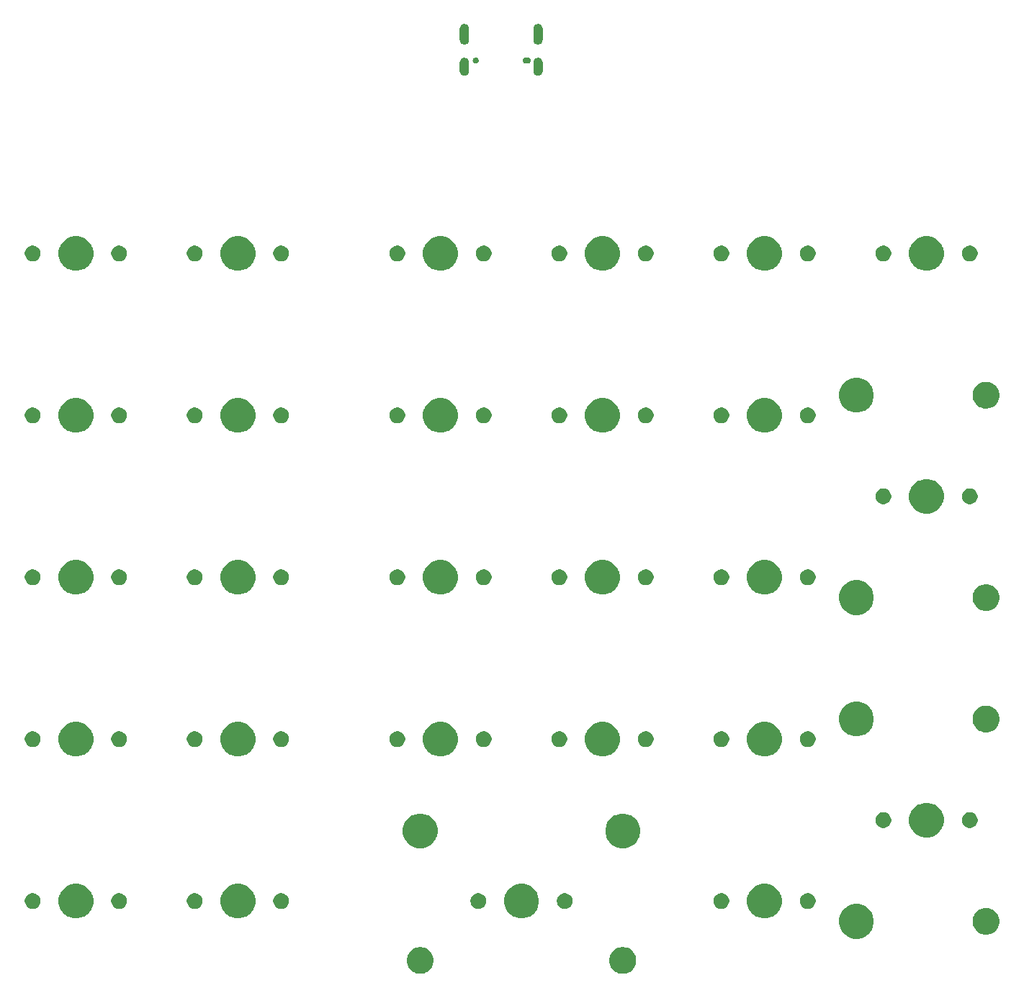
<source format=gts>
G04 #@! TF.GenerationSoftware,KiCad,Pcbnew,(5.1.5)-3*
G04 #@! TF.CreationDate,2020-10-08T21:20:27+02:00*
G04 #@! TF.ProjectId,NumPad,4e756d50-6164-42e6-9b69-6361645f7063,rev?*
G04 #@! TF.SameCoordinates,Original*
G04 #@! TF.FileFunction,Soldermask,Top*
G04 #@! TF.FilePolarity,Negative*
%FSLAX46Y46*%
G04 Gerber Fmt 4.6, Leading zero omitted, Abs format (unit mm)*
G04 Created by KiCad (PCBNEW (5.1.5)-3) date 2020-10-08 21:20:27*
%MOMM*%
%LPD*%
G04 APERTURE LIST*
%ADD10C,0.100000*%
G04 APERTURE END LIST*
D10*
G36*
X118576017Y-157046513D02*
G01*
X118728161Y-157076776D01*
X118846887Y-157125954D01*
X119014791Y-157195502D01*
X119014792Y-157195503D01*
X119272754Y-157367867D01*
X119492133Y-157587246D01*
X119607303Y-157759611D01*
X119664498Y-157845209D01*
X119783224Y-158131840D01*
X119843750Y-158436125D01*
X119843750Y-158746375D01*
X119783224Y-159050660D01*
X119664498Y-159337291D01*
X119664497Y-159337292D01*
X119492133Y-159595254D01*
X119272754Y-159814633D01*
X119100389Y-159929803D01*
X119014791Y-159986998D01*
X118846887Y-160056546D01*
X118728161Y-160105724D01*
X118423875Y-160166250D01*
X118113625Y-160166250D01*
X117809339Y-160105724D01*
X117690613Y-160056546D01*
X117522709Y-159986998D01*
X117437111Y-159929803D01*
X117264746Y-159814633D01*
X117045367Y-159595254D01*
X116873003Y-159337292D01*
X116873002Y-159337291D01*
X116754276Y-159050660D01*
X116693750Y-158746375D01*
X116693750Y-158436125D01*
X116754276Y-158131840D01*
X116873002Y-157845209D01*
X116930197Y-157759611D01*
X117045367Y-157587246D01*
X117264746Y-157367867D01*
X117522708Y-157195503D01*
X117522709Y-157195502D01*
X117690613Y-157125954D01*
X117809339Y-157076776D01*
X117961483Y-157046513D01*
X118113625Y-157016250D01*
X118423875Y-157016250D01*
X118576017Y-157046513D01*
G37*
G36*
X94763517Y-157046513D02*
G01*
X94915661Y-157076776D01*
X95034387Y-157125954D01*
X95202291Y-157195502D01*
X95202292Y-157195503D01*
X95460254Y-157367867D01*
X95679633Y-157587246D01*
X95794803Y-157759611D01*
X95851998Y-157845209D01*
X95970724Y-158131840D01*
X96031250Y-158436125D01*
X96031250Y-158746375D01*
X95970724Y-159050660D01*
X95851998Y-159337291D01*
X95851997Y-159337292D01*
X95679633Y-159595254D01*
X95460254Y-159814633D01*
X95287889Y-159929803D01*
X95202291Y-159986998D01*
X95034387Y-160056546D01*
X94915661Y-160105724D01*
X94611375Y-160166250D01*
X94301125Y-160166250D01*
X93996839Y-160105724D01*
X93878113Y-160056546D01*
X93710209Y-159986998D01*
X93624611Y-159929803D01*
X93452246Y-159814633D01*
X93232867Y-159595254D01*
X93060503Y-159337292D01*
X93060502Y-159337291D01*
X92941776Y-159050660D01*
X92881250Y-158746375D01*
X92881250Y-158436125D01*
X92941776Y-158131840D01*
X93060502Y-157845209D01*
X93117697Y-157759611D01*
X93232867Y-157587246D01*
X93452246Y-157367867D01*
X93710208Y-157195503D01*
X93710209Y-157195502D01*
X93878113Y-157125954D01*
X93996839Y-157076776D01*
X94148983Y-157046513D01*
X94301125Y-157016250D01*
X94611375Y-157016250D01*
X94763517Y-157046513D01*
G37*
G36*
X146328974Y-152021184D02*
G01*
X146546974Y-152111483D01*
X146701123Y-152175333D01*
X147036048Y-152399123D01*
X147320877Y-152683952D01*
X147544667Y-153018877D01*
X147544667Y-153018878D01*
X147698816Y-153391026D01*
X147777400Y-153786094D01*
X147777400Y-154188906D01*
X147698816Y-154583974D01*
X147636863Y-154733541D01*
X147544667Y-154956123D01*
X147320877Y-155291048D01*
X147036048Y-155575877D01*
X146701123Y-155799667D01*
X146546974Y-155863517D01*
X146328974Y-155953816D01*
X145933906Y-156032400D01*
X145531094Y-156032400D01*
X145136026Y-155953816D01*
X144918026Y-155863517D01*
X144763877Y-155799667D01*
X144428952Y-155575877D01*
X144144123Y-155291048D01*
X143920333Y-154956123D01*
X143828137Y-154733541D01*
X143766184Y-154583974D01*
X143687600Y-154188906D01*
X143687600Y-153786094D01*
X143766184Y-153391026D01*
X143920333Y-153018878D01*
X143920333Y-153018877D01*
X144144123Y-152683952D01*
X144428952Y-152399123D01*
X144763877Y-152175333D01*
X144918026Y-152111483D01*
X145136026Y-152021184D01*
X145531094Y-151942600D01*
X145933906Y-151942600D01*
X146328974Y-152021184D01*
G37*
G36*
X161279767Y-152442763D02*
G01*
X161431911Y-152473026D01*
X161488980Y-152496665D01*
X161718541Y-152591752D01*
X161718542Y-152591753D01*
X161976504Y-152764117D01*
X162195883Y-152983496D01*
X162219524Y-153018878D01*
X162368248Y-153241459D01*
X162486974Y-153528090D01*
X162547500Y-153832375D01*
X162547500Y-154142625D01*
X162486974Y-154446910D01*
X162368248Y-154733541D01*
X162368247Y-154733542D01*
X162195883Y-154991504D01*
X161976504Y-155210883D01*
X161856528Y-155291048D01*
X161718541Y-155383248D01*
X161550637Y-155452796D01*
X161431911Y-155501974D01*
X161127625Y-155562500D01*
X160817375Y-155562500D01*
X160513089Y-155501974D01*
X160394363Y-155452796D01*
X160226459Y-155383248D01*
X160088472Y-155291048D01*
X159968496Y-155210883D01*
X159749117Y-154991504D01*
X159576753Y-154733542D01*
X159576752Y-154733541D01*
X159458026Y-154446910D01*
X159397500Y-154142625D01*
X159397500Y-153832375D01*
X159458026Y-153528090D01*
X159576752Y-153241459D01*
X159725476Y-153018878D01*
X159749117Y-152983496D01*
X159968496Y-152764117D01*
X160226458Y-152591753D01*
X160226459Y-152591752D01*
X160456020Y-152496665D01*
X160513089Y-152473026D01*
X160665233Y-152442763D01*
X160817375Y-152412500D01*
X161127625Y-152412500D01*
X161279767Y-152442763D01*
G37*
G36*
X106958974Y-149639934D02*
G01*
X107176974Y-149730233D01*
X107331123Y-149794083D01*
X107666048Y-150017873D01*
X107950877Y-150302702D01*
X108174667Y-150637627D01*
X108207062Y-150715836D01*
X108328816Y-151009776D01*
X108407400Y-151404844D01*
X108407400Y-151807656D01*
X108328816Y-152202724D01*
X108277951Y-152325522D01*
X108174667Y-152574873D01*
X107950877Y-152909798D01*
X107666048Y-153194627D01*
X107331123Y-153418417D01*
X107176974Y-153482267D01*
X106958974Y-153572566D01*
X106563906Y-153651150D01*
X106161094Y-153651150D01*
X105766026Y-153572566D01*
X105548026Y-153482267D01*
X105393877Y-153418417D01*
X105058952Y-153194627D01*
X104774123Y-152909798D01*
X104550333Y-152574873D01*
X104447049Y-152325522D01*
X104396184Y-152202724D01*
X104317600Y-151807656D01*
X104317600Y-151404844D01*
X104396184Y-151009776D01*
X104517938Y-150715836D01*
X104550333Y-150637627D01*
X104774123Y-150302702D01*
X105058952Y-150017873D01*
X105393877Y-149794083D01*
X105548026Y-149730233D01*
X105766026Y-149639934D01*
X106161094Y-149561350D01*
X106563906Y-149561350D01*
X106958974Y-149639934D01*
G37*
G36*
X54571474Y-149639934D02*
G01*
X54789474Y-149730233D01*
X54943623Y-149794083D01*
X55278548Y-150017873D01*
X55563377Y-150302702D01*
X55787167Y-150637627D01*
X55819562Y-150715836D01*
X55941316Y-151009776D01*
X56019900Y-151404844D01*
X56019900Y-151807656D01*
X55941316Y-152202724D01*
X55890451Y-152325522D01*
X55787167Y-152574873D01*
X55563377Y-152909798D01*
X55278548Y-153194627D01*
X54943623Y-153418417D01*
X54789474Y-153482267D01*
X54571474Y-153572566D01*
X54176406Y-153651150D01*
X53773594Y-153651150D01*
X53378526Y-153572566D01*
X53160526Y-153482267D01*
X53006377Y-153418417D01*
X52671452Y-153194627D01*
X52386623Y-152909798D01*
X52162833Y-152574873D01*
X52059549Y-152325522D01*
X52008684Y-152202724D01*
X51930100Y-151807656D01*
X51930100Y-151404844D01*
X52008684Y-151009776D01*
X52130438Y-150715836D01*
X52162833Y-150637627D01*
X52386623Y-150302702D01*
X52671452Y-150017873D01*
X53006377Y-149794083D01*
X53160526Y-149730233D01*
X53378526Y-149639934D01*
X53773594Y-149561350D01*
X54176406Y-149561350D01*
X54571474Y-149639934D01*
G37*
G36*
X73621474Y-149639934D02*
G01*
X73839474Y-149730233D01*
X73993623Y-149794083D01*
X74328548Y-150017873D01*
X74613377Y-150302702D01*
X74837167Y-150637627D01*
X74869562Y-150715836D01*
X74991316Y-151009776D01*
X75069900Y-151404844D01*
X75069900Y-151807656D01*
X74991316Y-152202724D01*
X74940451Y-152325522D01*
X74837167Y-152574873D01*
X74613377Y-152909798D01*
X74328548Y-153194627D01*
X73993623Y-153418417D01*
X73839474Y-153482267D01*
X73621474Y-153572566D01*
X73226406Y-153651150D01*
X72823594Y-153651150D01*
X72428526Y-153572566D01*
X72210526Y-153482267D01*
X72056377Y-153418417D01*
X71721452Y-153194627D01*
X71436623Y-152909798D01*
X71212833Y-152574873D01*
X71109549Y-152325522D01*
X71058684Y-152202724D01*
X70980100Y-151807656D01*
X70980100Y-151404844D01*
X71058684Y-151009776D01*
X71180438Y-150715836D01*
X71212833Y-150637627D01*
X71436623Y-150302702D01*
X71721452Y-150017873D01*
X72056377Y-149794083D01*
X72210526Y-149730233D01*
X72428526Y-149639934D01*
X72823594Y-149561350D01*
X73226406Y-149561350D01*
X73621474Y-149639934D01*
G37*
G36*
X135533974Y-149639934D02*
G01*
X135751974Y-149730233D01*
X135906123Y-149794083D01*
X136241048Y-150017873D01*
X136525877Y-150302702D01*
X136749667Y-150637627D01*
X136782062Y-150715836D01*
X136903816Y-151009776D01*
X136982400Y-151404844D01*
X136982400Y-151807656D01*
X136903816Y-152202724D01*
X136852951Y-152325522D01*
X136749667Y-152574873D01*
X136525877Y-152909798D01*
X136241048Y-153194627D01*
X135906123Y-153418417D01*
X135751974Y-153482267D01*
X135533974Y-153572566D01*
X135138906Y-153651150D01*
X134736094Y-153651150D01*
X134341026Y-153572566D01*
X134123026Y-153482267D01*
X133968877Y-153418417D01*
X133633952Y-153194627D01*
X133349123Y-152909798D01*
X133125333Y-152574873D01*
X133022049Y-152325522D01*
X132971184Y-152202724D01*
X132892600Y-151807656D01*
X132892600Y-151404844D01*
X132971184Y-151009776D01*
X133092938Y-150715836D01*
X133125333Y-150637627D01*
X133349123Y-150302702D01*
X133633952Y-150017873D01*
X133968877Y-149794083D01*
X134123026Y-149730233D01*
X134341026Y-149639934D01*
X134736094Y-149561350D01*
X135138906Y-149561350D01*
X135533974Y-149639934D01*
G37*
G36*
X130127604Y-150715835D02*
G01*
X130296126Y-150785639D01*
X130447791Y-150886978D01*
X130576772Y-151015959D01*
X130678111Y-151167624D01*
X130747915Y-151336146D01*
X130783500Y-151515047D01*
X130783500Y-151697453D01*
X130747915Y-151876354D01*
X130678111Y-152044876D01*
X130576772Y-152196541D01*
X130447791Y-152325522D01*
X130296126Y-152426861D01*
X130127604Y-152496665D01*
X129948703Y-152532250D01*
X129766297Y-152532250D01*
X129587396Y-152496665D01*
X129418874Y-152426861D01*
X129267209Y-152325522D01*
X129138228Y-152196541D01*
X129036889Y-152044876D01*
X128967085Y-151876354D01*
X128931500Y-151697453D01*
X128931500Y-151515047D01*
X128967085Y-151336146D01*
X129036889Y-151167624D01*
X129138228Y-151015959D01*
X129267209Y-150886978D01*
X129418874Y-150785639D01*
X129587396Y-150715835D01*
X129766297Y-150680250D01*
X129948703Y-150680250D01*
X130127604Y-150715835D01*
G37*
G36*
X101552604Y-150715835D02*
G01*
X101721126Y-150785639D01*
X101872791Y-150886978D01*
X102001772Y-151015959D01*
X102103111Y-151167624D01*
X102172915Y-151336146D01*
X102208500Y-151515047D01*
X102208500Y-151697453D01*
X102172915Y-151876354D01*
X102103111Y-152044876D01*
X102001772Y-152196541D01*
X101872791Y-152325522D01*
X101721126Y-152426861D01*
X101552604Y-152496665D01*
X101373703Y-152532250D01*
X101191297Y-152532250D01*
X101012396Y-152496665D01*
X100843874Y-152426861D01*
X100692209Y-152325522D01*
X100563228Y-152196541D01*
X100461889Y-152044876D01*
X100392085Y-151876354D01*
X100356500Y-151697453D01*
X100356500Y-151515047D01*
X100392085Y-151336146D01*
X100461889Y-151167624D01*
X100563228Y-151015959D01*
X100692209Y-150886978D01*
X100843874Y-150785639D01*
X101012396Y-150715835D01*
X101191297Y-150680250D01*
X101373703Y-150680250D01*
X101552604Y-150715835D01*
G37*
G36*
X111712604Y-150715835D02*
G01*
X111881126Y-150785639D01*
X112032791Y-150886978D01*
X112161772Y-151015959D01*
X112263111Y-151167624D01*
X112332915Y-151336146D01*
X112368500Y-151515047D01*
X112368500Y-151697453D01*
X112332915Y-151876354D01*
X112263111Y-152044876D01*
X112161772Y-152196541D01*
X112032791Y-152325522D01*
X111881126Y-152426861D01*
X111712604Y-152496665D01*
X111533703Y-152532250D01*
X111351297Y-152532250D01*
X111172396Y-152496665D01*
X111003874Y-152426861D01*
X110852209Y-152325522D01*
X110723228Y-152196541D01*
X110621889Y-152044876D01*
X110552085Y-151876354D01*
X110516500Y-151697453D01*
X110516500Y-151515047D01*
X110552085Y-151336146D01*
X110621889Y-151167624D01*
X110723228Y-151015959D01*
X110852209Y-150886978D01*
X111003874Y-150785639D01*
X111172396Y-150715835D01*
X111351297Y-150680250D01*
X111533703Y-150680250D01*
X111712604Y-150715835D01*
G37*
G36*
X78375104Y-150715835D02*
G01*
X78543626Y-150785639D01*
X78695291Y-150886978D01*
X78824272Y-151015959D01*
X78925611Y-151167624D01*
X78995415Y-151336146D01*
X79031000Y-151515047D01*
X79031000Y-151697453D01*
X78995415Y-151876354D01*
X78925611Y-152044876D01*
X78824272Y-152196541D01*
X78695291Y-152325522D01*
X78543626Y-152426861D01*
X78375104Y-152496665D01*
X78196203Y-152532250D01*
X78013797Y-152532250D01*
X77834896Y-152496665D01*
X77666374Y-152426861D01*
X77514709Y-152325522D01*
X77385728Y-152196541D01*
X77284389Y-152044876D01*
X77214585Y-151876354D01*
X77179000Y-151697453D01*
X77179000Y-151515047D01*
X77214585Y-151336146D01*
X77284389Y-151167624D01*
X77385728Y-151015959D01*
X77514709Y-150886978D01*
X77666374Y-150785639D01*
X77834896Y-150715835D01*
X78013797Y-150680250D01*
X78196203Y-150680250D01*
X78375104Y-150715835D01*
G37*
G36*
X140287604Y-150715835D02*
G01*
X140456126Y-150785639D01*
X140607791Y-150886978D01*
X140736772Y-151015959D01*
X140838111Y-151167624D01*
X140907915Y-151336146D01*
X140943500Y-151515047D01*
X140943500Y-151697453D01*
X140907915Y-151876354D01*
X140838111Y-152044876D01*
X140736772Y-152196541D01*
X140607791Y-152325522D01*
X140456126Y-152426861D01*
X140287604Y-152496665D01*
X140108703Y-152532250D01*
X139926297Y-152532250D01*
X139747396Y-152496665D01*
X139578874Y-152426861D01*
X139427209Y-152325522D01*
X139298228Y-152196541D01*
X139196889Y-152044876D01*
X139127085Y-151876354D01*
X139091500Y-151697453D01*
X139091500Y-151515047D01*
X139127085Y-151336146D01*
X139196889Y-151167624D01*
X139298228Y-151015959D01*
X139427209Y-150886978D01*
X139578874Y-150785639D01*
X139747396Y-150715835D01*
X139926297Y-150680250D01*
X140108703Y-150680250D01*
X140287604Y-150715835D01*
G37*
G36*
X68215104Y-150715835D02*
G01*
X68383626Y-150785639D01*
X68535291Y-150886978D01*
X68664272Y-151015959D01*
X68765611Y-151167624D01*
X68835415Y-151336146D01*
X68871000Y-151515047D01*
X68871000Y-151697453D01*
X68835415Y-151876354D01*
X68765611Y-152044876D01*
X68664272Y-152196541D01*
X68535291Y-152325522D01*
X68383626Y-152426861D01*
X68215104Y-152496665D01*
X68036203Y-152532250D01*
X67853797Y-152532250D01*
X67674896Y-152496665D01*
X67506374Y-152426861D01*
X67354709Y-152325522D01*
X67225728Y-152196541D01*
X67124389Y-152044876D01*
X67054585Y-151876354D01*
X67019000Y-151697453D01*
X67019000Y-151515047D01*
X67054585Y-151336146D01*
X67124389Y-151167624D01*
X67225728Y-151015959D01*
X67354709Y-150886978D01*
X67506374Y-150785639D01*
X67674896Y-150715835D01*
X67853797Y-150680250D01*
X68036203Y-150680250D01*
X68215104Y-150715835D01*
G37*
G36*
X49165104Y-150715835D02*
G01*
X49333626Y-150785639D01*
X49485291Y-150886978D01*
X49614272Y-151015959D01*
X49715611Y-151167624D01*
X49785415Y-151336146D01*
X49821000Y-151515047D01*
X49821000Y-151697453D01*
X49785415Y-151876354D01*
X49715611Y-152044876D01*
X49614272Y-152196541D01*
X49485291Y-152325522D01*
X49333626Y-152426861D01*
X49165104Y-152496665D01*
X48986203Y-152532250D01*
X48803797Y-152532250D01*
X48624896Y-152496665D01*
X48456374Y-152426861D01*
X48304709Y-152325522D01*
X48175728Y-152196541D01*
X48074389Y-152044876D01*
X48004585Y-151876354D01*
X47969000Y-151697453D01*
X47969000Y-151515047D01*
X48004585Y-151336146D01*
X48074389Y-151167624D01*
X48175728Y-151015959D01*
X48304709Y-150886978D01*
X48456374Y-150785639D01*
X48624896Y-150715835D01*
X48803797Y-150680250D01*
X48986203Y-150680250D01*
X49165104Y-150715835D01*
G37*
G36*
X59325104Y-150715835D02*
G01*
X59493626Y-150785639D01*
X59645291Y-150886978D01*
X59774272Y-151015959D01*
X59875611Y-151167624D01*
X59945415Y-151336146D01*
X59981000Y-151515047D01*
X59981000Y-151697453D01*
X59945415Y-151876354D01*
X59875611Y-152044876D01*
X59774272Y-152196541D01*
X59645291Y-152325522D01*
X59493626Y-152426861D01*
X59325104Y-152496665D01*
X59146203Y-152532250D01*
X58963797Y-152532250D01*
X58784896Y-152496665D01*
X58616374Y-152426861D01*
X58464709Y-152325522D01*
X58335728Y-152196541D01*
X58234389Y-152044876D01*
X58164585Y-151876354D01*
X58129000Y-151697453D01*
X58129000Y-151515047D01*
X58164585Y-151336146D01*
X58234389Y-151167624D01*
X58335728Y-151015959D01*
X58464709Y-150886978D01*
X58616374Y-150785639D01*
X58784896Y-150715835D01*
X58963797Y-150680250D01*
X59146203Y-150680250D01*
X59325104Y-150715835D01*
G37*
G36*
X95052724Y-141384934D02*
G01*
X95270724Y-141475233D01*
X95424873Y-141539083D01*
X95759798Y-141762873D01*
X96044627Y-142047702D01*
X96268417Y-142382627D01*
X96268417Y-142382628D01*
X96422566Y-142754776D01*
X96501150Y-143149844D01*
X96501150Y-143552656D01*
X96422566Y-143947724D01*
X96381210Y-144047565D01*
X96268417Y-144319873D01*
X96044627Y-144654798D01*
X95759798Y-144939627D01*
X95424873Y-145163417D01*
X95270724Y-145227267D01*
X95052724Y-145317566D01*
X94657656Y-145396150D01*
X94254844Y-145396150D01*
X93859776Y-145317566D01*
X93641776Y-145227267D01*
X93487627Y-145163417D01*
X93152702Y-144939627D01*
X92867873Y-144654798D01*
X92644083Y-144319873D01*
X92531290Y-144047565D01*
X92489934Y-143947724D01*
X92411350Y-143552656D01*
X92411350Y-143149844D01*
X92489934Y-142754776D01*
X92644083Y-142382628D01*
X92644083Y-142382627D01*
X92867873Y-142047702D01*
X93152702Y-141762873D01*
X93487627Y-141539083D01*
X93641776Y-141475233D01*
X93859776Y-141384934D01*
X94254844Y-141306350D01*
X94657656Y-141306350D01*
X95052724Y-141384934D01*
G37*
G36*
X118865224Y-141384934D02*
G01*
X119083224Y-141475233D01*
X119237373Y-141539083D01*
X119572298Y-141762873D01*
X119857127Y-142047702D01*
X120080917Y-142382627D01*
X120080917Y-142382628D01*
X120235066Y-142754776D01*
X120313650Y-143149844D01*
X120313650Y-143552656D01*
X120235066Y-143947724D01*
X120193710Y-144047565D01*
X120080917Y-144319873D01*
X119857127Y-144654798D01*
X119572298Y-144939627D01*
X119237373Y-145163417D01*
X119083224Y-145227267D01*
X118865224Y-145317566D01*
X118470156Y-145396150D01*
X118067344Y-145396150D01*
X117672276Y-145317566D01*
X117454276Y-145227267D01*
X117300127Y-145163417D01*
X116965202Y-144939627D01*
X116680373Y-144654798D01*
X116456583Y-144319873D01*
X116343790Y-144047565D01*
X116302434Y-143947724D01*
X116223850Y-143552656D01*
X116223850Y-143149844D01*
X116302434Y-142754776D01*
X116456583Y-142382628D01*
X116456583Y-142382627D01*
X116680373Y-142047702D01*
X116965202Y-141762873D01*
X117300127Y-141539083D01*
X117454276Y-141475233D01*
X117672276Y-141384934D01*
X118067344Y-141306350D01*
X118470156Y-141306350D01*
X118865224Y-141384934D01*
G37*
G36*
X154583974Y-140114934D02*
G01*
X154801974Y-140205233D01*
X154956123Y-140269083D01*
X155291048Y-140492873D01*
X155575877Y-140777702D01*
X155799667Y-141112627D01*
X155832062Y-141190836D01*
X155953816Y-141484776D01*
X156032400Y-141879844D01*
X156032400Y-142282656D01*
X155953816Y-142677724D01*
X155902951Y-142800522D01*
X155799667Y-143049873D01*
X155575877Y-143384798D01*
X155291048Y-143669627D01*
X154956123Y-143893417D01*
X154825014Y-143947724D01*
X154583974Y-144047566D01*
X154188906Y-144126150D01*
X153786094Y-144126150D01*
X153391026Y-144047566D01*
X153149986Y-143947724D01*
X153018877Y-143893417D01*
X152683952Y-143669627D01*
X152399123Y-143384798D01*
X152175333Y-143049873D01*
X152072049Y-142800522D01*
X152021184Y-142677724D01*
X151942600Y-142282656D01*
X151942600Y-141879844D01*
X152021184Y-141484776D01*
X152142938Y-141190836D01*
X152175333Y-141112627D01*
X152399123Y-140777702D01*
X152683952Y-140492873D01*
X153018877Y-140269083D01*
X153173026Y-140205233D01*
X153391026Y-140114934D01*
X153786094Y-140036350D01*
X154188906Y-140036350D01*
X154583974Y-140114934D01*
G37*
G36*
X149177604Y-141190835D02*
G01*
X149346126Y-141260639D01*
X149497791Y-141361978D01*
X149626772Y-141490959D01*
X149728111Y-141642624D01*
X149797915Y-141811146D01*
X149833500Y-141990047D01*
X149833500Y-142172453D01*
X149797915Y-142351354D01*
X149728111Y-142519876D01*
X149626772Y-142671541D01*
X149497791Y-142800522D01*
X149346126Y-142901861D01*
X149177604Y-142971665D01*
X148998703Y-143007250D01*
X148816297Y-143007250D01*
X148637396Y-142971665D01*
X148468874Y-142901861D01*
X148317209Y-142800522D01*
X148188228Y-142671541D01*
X148086889Y-142519876D01*
X148017085Y-142351354D01*
X147981500Y-142172453D01*
X147981500Y-141990047D01*
X148017085Y-141811146D01*
X148086889Y-141642624D01*
X148188228Y-141490959D01*
X148317209Y-141361978D01*
X148468874Y-141260639D01*
X148637396Y-141190835D01*
X148816297Y-141155250D01*
X148998703Y-141155250D01*
X149177604Y-141190835D01*
G37*
G36*
X159337604Y-141190835D02*
G01*
X159506126Y-141260639D01*
X159657791Y-141361978D01*
X159786772Y-141490959D01*
X159888111Y-141642624D01*
X159957915Y-141811146D01*
X159993500Y-141990047D01*
X159993500Y-142172453D01*
X159957915Y-142351354D01*
X159888111Y-142519876D01*
X159786772Y-142671541D01*
X159657791Y-142800522D01*
X159506126Y-142901861D01*
X159337604Y-142971665D01*
X159158703Y-143007250D01*
X158976297Y-143007250D01*
X158797396Y-142971665D01*
X158628874Y-142901861D01*
X158477209Y-142800522D01*
X158348228Y-142671541D01*
X158246889Y-142519876D01*
X158177085Y-142351354D01*
X158141500Y-142172453D01*
X158141500Y-141990047D01*
X158177085Y-141811146D01*
X158246889Y-141642624D01*
X158348228Y-141490959D01*
X158477209Y-141361978D01*
X158628874Y-141260639D01*
X158797396Y-141190835D01*
X158976297Y-141155250D01*
X159158703Y-141155250D01*
X159337604Y-141190835D01*
G37*
G36*
X54571474Y-130589934D02*
G01*
X54789474Y-130680233D01*
X54943623Y-130744083D01*
X55278548Y-130967873D01*
X55563377Y-131252702D01*
X55787167Y-131587627D01*
X55819562Y-131665836D01*
X55941316Y-131959776D01*
X56019900Y-132354844D01*
X56019900Y-132757656D01*
X55941316Y-133152724D01*
X55890451Y-133275522D01*
X55787167Y-133524873D01*
X55563377Y-133859798D01*
X55278548Y-134144627D01*
X54943623Y-134368417D01*
X54789474Y-134432267D01*
X54571474Y-134522566D01*
X54176406Y-134601150D01*
X53773594Y-134601150D01*
X53378526Y-134522566D01*
X53160526Y-134432267D01*
X53006377Y-134368417D01*
X52671452Y-134144627D01*
X52386623Y-133859798D01*
X52162833Y-133524873D01*
X52059549Y-133275522D01*
X52008684Y-133152724D01*
X51930100Y-132757656D01*
X51930100Y-132354844D01*
X52008684Y-131959776D01*
X52130438Y-131665836D01*
X52162833Y-131587627D01*
X52386623Y-131252702D01*
X52671452Y-130967873D01*
X53006377Y-130744083D01*
X53160526Y-130680233D01*
X53378526Y-130589934D01*
X53773594Y-130511350D01*
X54176406Y-130511350D01*
X54571474Y-130589934D01*
G37*
G36*
X135533974Y-130589934D02*
G01*
X135751974Y-130680233D01*
X135906123Y-130744083D01*
X136241048Y-130967873D01*
X136525877Y-131252702D01*
X136749667Y-131587627D01*
X136782062Y-131665836D01*
X136903816Y-131959776D01*
X136982400Y-132354844D01*
X136982400Y-132757656D01*
X136903816Y-133152724D01*
X136852951Y-133275522D01*
X136749667Y-133524873D01*
X136525877Y-133859798D01*
X136241048Y-134144627D01*
X135906123Y-134368417D01*
X135751974Y-134432267D01*
X135533974Y-134522566D01*
X135138906Y-134601150D01*
X134736094Y-134601150D01*
X134341026Y-134522566D01*
X134123026Y-134432267D01*
X133968877Y-134368417D01*
X133633952Y-134144627D01*
X133349123Y-133859798D01*
X133125333Y-133524873D01*
X133022049Y-133275522D01*
X132971184Y-133152724D01*
X132892600Y-132757656D01*
X132892600Y-132354844D01*
X132971184Y-131959776D01*
X133092938Y-131665836D01*
X133125333Y-131587627D01*
X133349123Y-131252702D01*
X133633952Y-130967873D01*
X133968877Y-130744083D01*
X134123026Y-130680233D01*
X134341026Y-130589934D01*
X134736094Y-130511350D01*
X135138906Y-130511350D01*
X135533974Y-130589934D01*
G37*
G36*
X116483974Y-130589934D02*
G01*
X116701974Y-130680233D01*
X116856123Y-130744083D01*
X117191048Y-130967873D01*
X117475877Y-131252702D01*
X117699667Y-131587627D01*
X117732062Y-131665836D01*
X117853816Y-131959776D01*
X117932400Y-132354844D01*
X117932400Y-132757656D01*
X117853816Y-133152724D01*
X117802951Y-133275522D01*
X117699667Y-133524873D01*
X117475877Y-133859798D01*
X117191048Y-134144627D01*
X116856123Y-134368417D01*
X116701974Y-134432267D01*
X116483974Y-134522566D01*
X116088906Y-134601150D01*
X115686094Y-134601150D01*
X115291026Y-134522566D01*
X115073026Y-134432267D01*
X114918877Y-134368417D01*
X114583952Y-134144627D01*
X114299123Y-133859798D01*
X114075333Y-133524873D01*
X113972049Y-133275522D01*
X113921184Y-133152724D01*
X113842600Y-132757656D01*
X113842600Y-132354844D01*
X113921184Y-131959776D01*
X114042938Y-131665836D01*
X114075333Y-131587627D01*
X114299123Y-131252702D01*
X114583952Y-130967873D01*
X114918877Y-130744083D01*
X115073026Y-130680233D01*
X115291026Y-130589934D01*
X115686094Y-130511350D01*
X116088906Y-130511350D01*
X116483974Y-130589934D01*
G37*
G36*
X97433974Y-130589934D02*
G01*
X97651974Y-130680233D01*
X97806123Y-130744083D01*
X98141048Y-130967873D01*
X98425877Y-131252702D01*
X98649667Y-131587627D01*
X98682062Y-131665836D01*
X98803816Y-131959776D01*
X98882400Y-132354844D01*
X98882400Y-132757656D01*
X98803816Y-133152724D01*
X98752951Y-133275522D01*
X98649667Y-133524873D01*
X98425877Y-133859798D01*
X98141048Y-134144627D01*
X97806123Y-134368417D01*
X97651974Y-134432267D01*
X97433974Y-134522566D01*
X97038906Y-134601150D01*
X96636094Y-134601150D01*
X96241026Y-134522566D01*
X96023026Y-134432267D01*
X95868877Y-134368417D01*
X95533952Y-134144627D01*
X95249123Y-133859798D01*
X95025333Y-133524873D01*
X94922049Y-133275522D01*
X94871184Y-133152724D01*
X94792600Y-132757656D01*
X94792600Y-132354844D01*
X94871184Y-131959776D01*
X94992938Y-131665836D01*
X95025333Y-131587627D01*
X95249123Y-131252702D01*
X95533952Y-130967873D01*
X95868877Y-130744083D01*
X96023026Y-130680233D01*
X96241026Y-130589934D01*
X96636094Y-130511350D01*
X97038906Y-130511350D01*
X97433974Y-130589934D01*
G37*
G36*
X73621474Y-130589934D02*
G01*
X73839474Y-130680233D01*
X73993623Y-130744083D01*
X74328548Y-130967873D01*
X74613377Y-131252702D01*
X74837167Y-131587627D01*
X74869562Y-131665836D01*
X74991316Y-131959776D01*
X75069900Y-132354844D01*
X75069900Y-132757656D01*
X74991316Y-133152724D01*
X74940451Y-133275522D01*
X74837167Y-133524873D01*
X74613377Y-133859798D01*
X74328548Y-134144627D01*
X73993623Y-134368417D01*
X73839474Y-134432267D01*
X73621474Y-134522566D01*
X73226406Y-134601150D01*
X72823594Y-134601150D01*
X72428526Y-134522566D01*
X72210526Y-134432267D01*
X72056377Y-134368417D01*
X71721452Y-134144627D01*
X71436623Y-133859798D01*
X71212833Y-133524873D01*
X71109549Y-133275522D01*
X71058684Y-133152724D01*
X70980100Y-132757656D01*
X70980100Y-132354844D01*
X71058684Y-131959776D01*
X71180438Y-131665836D01*
X71212833Y-131587627D01*
X71436623Y-131252702D01*
X71721452Y-130967873D01*
X72056377Y-130744083D01*
X72210526Y-130680233D01*
X72428526Y-130589934D01*
X72823594Y-130511350D01*
X73226406Y-130511350D01*
X73621474Y-130589934D01*
G37*
G36*
X59325104Y-131665835D02*
G01*
X59493626Y-131735639D01*
X59645291Y-131836978D01*
X59774272Y-131965959D01*
X59875611Y-132117624D01*
X59945415Y-132286146D01*
X59981000Y-132465047D01*
X59981000Y-132647453D01*
X59945415Y-132826354D01*
X59875611Y-132994876D01*
X59774272Y-133146541D01*
X59645291Y-133275522D01*
X59493626Y-133376861D01*
X59325104Y-133446665D01*
X59146203Y-133482250D01*
X58963797Y-133482250D01*
X58784896Y-133446665D01*
X58616374Y-133376861D01*
X58464709Y-133275522D01*
X58335728Y-133146541D01*
X58234389Y-132994876D01*
X58164585Y-132826354D01*
X58129000Y-132647453D01*
X58129000Y-132465047D01*
X58164585Y-132286146D01*
X58234389Y-132117624D01*
X58335728Y-131965959D01*
X58464709Y-131836978D01*
X58616374Y-131735639D01*
X58784896Y-131665835D01*
X58963797Y-131630250D01*
X59146203Y-131630250D01*
X59325104Y-131665835D01*
G37*
G36*
X68215104Y-131665835D02*
G01*
X68383626Y-131735639D01*
X68535291Y-131836978D01*
X68664272Y-131965959D01*
X68765611Y-132117624D01*
X68835415Y-132286146D01*
X68871000Y-132465047D01*
X68871000Y-132647453D01*
X68835415Y-132826354D01*
X68765611Y-132994876D01*
X68664272Y-133146541D01*
X68535291Y-133275522D01*
X68383626Y-133376861D01*
X68215104Y-133446665D01*
X68036203Y-133482250D01*
X67853797Y-133482250D01*
X67674896Y-133446665D01*
X67506374Y-133376861D01*
X67354709Y-133275522D01*
X67225728Y-133146541D01*
X67124389Y-132994876D01*
X67054585Y-132826354D01*
X67019000Y-132647453D01*
X67019000Y-132465047D01*
X67054585Y-132286146D01*
X67124389Y-132117624D01*
X67225728Y-131965959D01*
X67354709Y-131836978D01*
X67506374Y-131735639D01*
X67674896Y-131665835D01*
X67853797Y-131630250D01*
X68036203Y-131630250D01*
X68215104Y-131665835D01*
G37*
G36*
X78375104Y-131665835D02*
G01*
X78543626Y-131735639D01*
X78695291Y-131836978D01*
X78824272Y-131965959D01*
X78925611Y-132117624D01*
X78995415Y-132286146D01*
X79031000Y-132465047D01*
X79031000Y-132647453D01*
X78995415Y-132826354D01*
X78925611Y-132994876D01*
X78824272Y-133146541D01*
X78695291Y-133275522D01*
X78543626Y-133376861D01*
X78375104Y-133446665D01*
X78196203Y-133482250D01*
X78013797Y-133482250D01*
X77834896Y-133446665D01*
X77666374Y-133376861D01*
X77514709Y-133275522D01*
X77385728Y-133146541D01*
X77284389Y-132994876D01*
X77214585Y-132826354D01*
X77179000Y-132647453D01*
X77179000Y-132465047D01*
X77214585Y-132286146D01*
X77284389Y-132117624D01*
X77385728Y-131965959D01*
X77514709Y-131836978D01*
X77666374Y-131735639D01*
X77834896Y-131665835D01*
X78013797Y-131630250D01*
X78196203Y-131630250D01*
X78375104Y-131665835D01*
G37*
G36*
X92027604Y-131665835D02*
G01*
X92196126Y-131735639D01*
X92347791Y-131836978D01*
X92476772Y-131965959D01*
X92578111Y-132117624D01*
X92647915Y-132286146D01*
X92683500Y-132465047D01*
X92683500Y-132647453D01*
X92647915Y-132826354D01*
X92578111Y-132994876D01*
X92476772Y-133146541D01*
X92347791Y-133275522D01*
X92196126Y-133376861D01*
X92027604Y-133446665D01*
X91848703Y-133482250D01*
X91666297Y-133482250D01*
X91487396Y-133446665D01*
X91318874Y-133376861D01*
X91167209Y-133275522D01*
X91038228Y-133146541D01*
X90936889Y-132994876D01*
X90867085Y-132826354D01*
X90831500Y-132647453D01*
X90831500Y-132465047D01*
X90867085Y-132286146D01*
X90936889Y-132117624D01*
X91038228Y-131965959D01*
X91167209Y-131836978D01*
X91318874Y-131735639D01*
X91487396Y-131665835D01*
X91666297Y-131630250D01*
X91848703Y-131630250D01*
X92027604Y-131665835D01*
G37*
G36*
X102187604Y-131665835D02*
G01*
X102356126Y-131735639D01*
X102507791Y-131836978D01*
X102636772Y-131965959D01*
X102738111Y-132117624D01*
X102807915Y-132286146D01*
X102843500Y-132465047D01*
X102843500Y-132647453D01*
X102807915Y-132826354D01*
X102738111Y-132994876D01*
X102636772Y-133146541D01*
X102507791Y-133275522D01*
X102356126Y-133376861D01*
X102187604Y-133446665D01*
X102008703Y-133482250D01*
X101826297Y-133482250D01*
X101647396Y-133446665D01*
X101478874Y-133376861D01*
X101327209Y-133275522D01*
X101198228Y-133146541D01*
X101096889Y-132994876D01*
X101027085Y-132826354D01*
X100991500Y-132647453D01*
X100991500Y-132465047D01*
X101027085Y-132286146D01*
X101096889Y-132117624D01*
X101198228Y-131965959D01*
X101327209Y-131836978D01*
X101478874Y-131735639D01*
X101647396Y-131665835D01*
X101826297Y-131630250D01*
X102008703Y-131630250D01*
X102187604Y-131665835D01*
G37*
G36*
X121237604Y-131665835D02*
G01*
X121406126Y-131735639D01*
X121557791Y-131836978D01*
X121686772Y-131965959D01*
X121788111Y-132117624D01*
X121857915Y-132286146D01*
X121893500Y-132465047D01*
X121893500Y-132647453D01*
X121857915Y-132826354D01*
X121788111Y-132994876D01*
X121686772Y-133146541D01*
X121557791Y-133275522D01*
X121406126Y-133376861D01*
X121237604Y-133446665D01*
X121058703Y-133482250D01*
X120876297Y-133482250D01*
X120697396Y-133446665D01*
X120528874Y-133376861D01*
X120377209Y-133275522D01*
X120248228Y-133146541D01*
X120146889Y-132994876D01*
X120077085Y-132826354D01*
X120041500Y-132647453D01*
X120041500Y-132465047D01*
X120077085Y-132286146D01*
X120146889Y-132117624D01*
X120248228Y-131965959D01*
X120377209Y-131836978D01*
X120528874Y-131735639D01*
X120697396Y-131665835D01*
X120876297Y-131630250D01*
X121058703Y-131630250D01*
X121237604Y-131665835D01*
G37*
G36*
X130127604Y-131665835D02*
G01*
X130296126Y-131735639D01*
X130447791Y-131836978D01*
X130576772Y-131965959D01*
X130678111Y-132117624D01*
X130747915Y-132286146D01*
X130783500Y-132465047D01*
X130783500Y-132647453D01*
X130747915Y-132826354D01*
X130678111Y-132994876D01*
X130576772Y-133146541D01*
X130447791Y-133275522D01*
X130296126Y-133376861D01*
X130127604Y-133446665D01*
X129948703Y-133482250D01*
X129766297Y-133482250D01*
X129587396Y-133446665D01*
X129418874Y-133376861D01*
X129267209Y-133275522D01*
X129138228Y-133146541D01*
X129036889Y-132994876D01*
X128967085Y-132826354D01*
X128931500Y-132647453D01*
X128931500Y-132465047D01*
X128967085Y-132286146D01*
X129036889Y-132117624D01*
X129138228Y-131965959D01*
X129267209Y-131836978D01*
X129418874Y-131735639D01*
X129587396Y-131665835D01*
X129766297Y-131630250D01*
X129948703Y-131630250D01*
X130127604Y-131665835D01*
G37*
G36*
X140287604Y-131665835D02*
G01*
X140456126Y-131735639D01*
X140607791Y-131836978D01*
X140736772Y-131965959D01*
X140838111Y-132117624D01*
X140907915Y-132286146D01*
X140943500Y-132465047D01*
X140943500Y-132647453D01*
X140907915Y-132826354D01*
X140838111Y-132994876D01*
X140736772Y-133146541D01*
X140607791Y-133275522D01*
X140456126Y-133376861D01*
X140287604Y-133446665D01*
X140108703Y-133482250D01*
X139926297Y-133482250D01*
X139747396Y-133446665D01*
X139578874Y-133376861D01*
X139427209Y-133275522D01*
X139298228Y-133146541D01*
X139196889Y-132994876D01*
X139127085Y-132826354D01*
X139091500Y-132647453D01*
X139091500Y-132465047D01*
X139127085Y-132286146D01*
X139196889Y-132117624D01*
X139298228Y-131965959D01*
X139427209Y-131836978D01*
X139578874Y-131735639D01*
X139747396Y-131665835D01*
X139926297Y-131630250D01*
X140108703Y-131630250D01*
X140287604Y-131665835D01*
G37*
G36*
X49165104Y-131665835D02*
G01*
X49333626Y-131735639D01*
X49485291Y-131836978D01*
X49614272Y-131965959D01*
X49715611Y-132117624D01*
X49785415Y-132286146D01*
X49821000Y-132465047D01*
X49821000Y-132647453D01*
X49785415Y-132826354D01*
X49715611Y-132994876D01*
X49614272Y-133146541D01*
X49485291Y-133275522D01*
X49333626Y-133376861D01*
X49165104Y-133446665D01*
X48986203Y-133482250D01*
X48803797Y-133482250D01*
X48624896Y-133446665D01*
X48456374Y-133376861D01*
X48304709Y-133275522D01*
X48175728Y-133146541D01*
X48074389Y-132994876D01*
X48004585Y-132826354D01*
X47969000Y-132647453D01*
X47969000Y-132465047D01*
X48004585Y-132286146D01*
X48074389Y-132117624D01*
X48175728Y-131965959D01*
X48304709Y-131836978D01*
X48456374Y-131735639D01*
X48624896Y-131665835D01*
X48803797Y-131630250D01*
X48986203Y-131630250D01*
X49165104Y-131665835D01*
G37*
G36*
X111077604Y-131665835D02*
G01*
X111246126Y-131735639D01*
X111397791Y-131836978D01*
X111526772Y-131965959D01*
X111628111Y-132117624D01*
X111697915Y-132286146D01*
X111733500Y-132465047D01*
X111733500Y-132647453D01*
X111697915Y-132826354D01*
X111628111Y-132994876D01*
X111526772Y-133146541D01*
X111397791Y-133275522D01*
X111246126Y-133376861D01*
X111077604Y-133446665D01*
X110898703Y-133482250D01*
X110716297Y-133482250D01*
X110537396Y-133446665D01*
X110368874Y-133376861D01*
X110217209Y-133275522D01*
X110088228Y-133146541D01*
X109986889Y-132994876D01*
X109917085Y-132826354D01*
X109881500Y-132647453D01*
X109881500Y-132465047D01*
X109917085Y-132286146D01*
X109986889Y-132117624D01*
X110088228Y-131965959D01*
X110217209Y-131836978D01*
X110368874Y-131735639D01*
X110537396Y-131665835D01*
X110716297Y-131630250D01*
X110898703Y-131630250D01*
X111077604Y-131665835D01*
G37*
G36*
X146328974Y-128208684D02*
G01*
X146546974Y-128298983D01*
X146701123Y-128362833D01*
X147036048Y-128586623D01*
X147320877Y-128871452D01*
X147544667Y-129206377D01*
X147544667Y-129206378D01*
X147698816Y-129578526D01*
X147777400Y-129973594D01*
X147777400Y-130376406D01*
X147698816Y-130771474D01*
X147636863Y-130921041D01*
X147544667Y-131143623D01*
X147320877Y-131478548D01*
X147036048Y-131763377D01*
X146701123Y-131987167D01*
X146546974Y-132051017D01*
X146328974Y-132141316D01*
X145933906Y-132219900D01*
X145531094Y-132219900D01*
X145136026Y-132141316D01*
X144918026Y-132051017D01*
X144763877Y-131987167D01*
X144428952Y-131763377D01*
X144144123Y-131478548D01*
X143920333Y-131143623D01*
X143828137Y-130921041D01*
X143766184Y-130771474D01*
X143687600Y-130376406D01*
X143687600Y-129973594D01*
X143766184Y-129578526D01*
X143920333Y-129206378D01*
X143920333Y-129206377D01*
X144144123Y-128871452D01*
X144428952Y-128586623D01*
X144763877Y-128362833D01*
X144918026Y-128298983D01*
X145136026Y-128208684D01*
X145531094Y-128130100D01*
X145933906Y-128130100D01*
X146328974Y-128208684D01*
G37*
G36*
X161279767Y-128630263D02*
G01*
X161431911Y-128660526D01*
X161550637Y-128709704D01*
X161718541Y-128779252D01*
X161718542Y-128779253D01*
X161976504Y-128951617D01*
X162195883Y-129170996D01*
X162219524Y-129206378D01*
X162368248Y-129428959D01*
X162486974Y-129715590D01*
X162547500Y-130019875D01*
X162547500Y-130330125D01*
X162486974Y-130634410D01*
X162368248Y-130921041D01*
X162368247Y-130921042D01*
X162195883Y-131179004D01*
X161976504Y-131398383D01*
X161856528Y-131478548D01*
X161718541Y-131570748D01*
X161574890Y-131630250D01*
X161431911Y-131689474D01*
X161127625Y-131750000D01*
X160817375Y-131750000D01*
X160513089Y-131689474D01*
X160370110Y-131630250D01*
X160226459Y-131570748D01*
X160088472Y-131478548D01*
X159968496Y-131398383D01*
X159749117Y-131179004D01*
X159576753Y-130921042D01*
X159576752Y-130921041D01*
X159458026Y-130634410D01*
X159397500Y-130330125D01*
X159397500Y-130019875D01*
X159458026Y-129715590D01*
X159576752Y-129428959D01*
X159725476Y-129206378D01*
X159749117Y-129170996D01*
X159968496Y-128951617D01*
X160226458Y-128779253D01*
X160226459Y-128779252D01*
X160394363Y-128709704D01*
X160513089Y-128660526D01*
X160665233Y-128630263D01*
X160817375Y-128600000D01*
X161127625Y-128600000D01*
X161279767Y-128630263D01*
G37*
G36*
X146328974Y-113921184D02*
G01*
X146546974Y-114011483D01*
X146701123Y-114075333D01*
X147036048Y-114299123D01*
X147320877Y-114583952D01*
X147544667Y-114918877D01*
X147544667Y-114918878D01*
X147698816Y-115291026D01*
X147777400Y-115686094D01*
X147777400Y-116088906D01*
X147698816Y-116483974D01*
X147636863Y-116633541D01*
X147544667Y-116856123D01*
X147320877Y-117191048D01*
X147036048Y-117475877D01*
X146701123Y-117699667D01*
X146546974Y-117763517D01*
X146328974Y-117853816D01*
X145933906Y-117932400D01*
X145531094Y-117932400D01*
X145136026Y-117853816D01*
X144918026Y-117763517D01*
X144763877Y-117699667D01*
X144428952Y-117475877D01*
X144144123Y-117191048D01*
X143920333Y-116856123D01*
X143828137Y-116633541D01*
X143766184Y-116483974D01*
X143687600Y-116088906D01*
X143687600Y-115686094D01*
X143766184Y-115291026D01*
X143920333Y-114918878D01*
X143920333Y-114918877D01*
X144144123Y-114583952D01*
X144428952Y-114299123D01*
X144763877Y-114075333D01*
X144918026Y-114011483D01*
X145136026Y-113921184D01*
X145531094Y-113842600D01*
X145933906Y-113842600D01*
X146328974Y-113921184D01*
G37*
G36*
X161431911Y-114373026D02*
G01*
X161488980Y-114396665D01*
X161718541Y-114491752D01*
X161718542Y-114491753D01*
X161976504Y-114664117D01*
X162195883Y-114883496D01*
X162219524Y-114918878D01*
X162368248Y-115141459D01*
X162486974Y-115428090D01*
X162547500Y-115732375D01*
X162547500Y-116042625D01*
X162486974Y-116346910D01*
X162368248Y-116633541D01*
X162368247Y-116633542D01*
X162195883Y-116891504D01*
X161976504Y-117110883D01*
X161856528Y-117191048D01*
X161718541Y-117283248D01*
X161550637Y-117352796D01*
X161431911Y-117401974D01*
X161279767Y-117432237D01*
X161127625Y-117462500D01*
X160817375Y-117462500D01*
X160665233Y-117432237D01*
X160513089Y-117401974D01*
X160394363Y-117352796D01*
X160226459Y-117283248D01*
X160088472Y-117191048D01*
X159968496Y-117110883D01*
X159749117Y-116891504D01*
X159576753Y-116633542D01*
X159576752Y-116633541D01*
X159458026Y-116346910D01*
X159397500Y-116042625D01*
X159397500Y-115732375D01*
X159458026Y-115428090D01*
X159576752Y-115141459D01*
X159725476Y-114918878D01*
X159749117Y-114883496D01*
X159968496Y-114664117D01*
X160226458Y-114491753D01*
X160226459Y-114491752D01*
X160456020Y-114396665D01*
X160513089Y-114373026D01*
X160817375Y-114312500D01*
X161127625Y-114312500D01*
X161431911Y-114373026D01*
G37*
G36*
X73621474Y-111539934D02*
G01*
X73839474Y-111630233D01*
X73993623Y-111694083D01*
X74328548Y-111917873D01*
X74613377Y-112202702D01*
X74837167Y-112537627D01*
X74869562Y-112615836D01*
X74991316Y-112909776D01*
X75069900Y-113304844D01*
X75069900Y-113707656D01*
X74991316Y-114102724D01*
X74940451Y-114225522D01*
X74837167Y-114474873D01*
X74613377Y-114809798D01*
X74328548Y-115094627D01*
X73993623Y-115318417D01*
X73839474Y-115382267D01*
X73621474Y-115472566D01*
X73226406Y-115551150D01*
X72823594Y-115551150D01*
X72428526Y-115472566D01*
X72210526Y-115382267D01*
X72056377Y-115318417D01*
X71721452Y-115094627D01*
X71436623Y-114809798D01*
X71212833Y-114474873D01*
X71109549Y-114225522D01*
X71058684Y-114102724D01*
X70980100Y-113707656D01*
X70980100Y-113304844D01*
X71058684Y-112909776D01*
X71180438Y-112615836D01*
X71212833Y-112537627D01*
X71436623Y-112202702D01*
X71721452Y-111917873D01*
X72056377Y-111694083D01*
X72210526Y-111630233D01*
X72428526Y-111539934D01*
X72823594Y-111461350D01*
X73226406Y-111461350D01*
X73621474Y-111539934D01*
G37*
G36*
X135533974Y-111539934D02*
G01*
X135751974Y-111630233D01*
X135906123Y-111694083D01*
X136241048Y-111917873D01*
X136525877Y-112202702D01*
X136749667Y-112537627D01*
X136782062Y-112615836D01*
X136903816Y-112909776D01*
X136982400Y-113304844D01*
X136982400Y-113707656D01*
X136903816Y-114102724D01*
X136852951Y-114225522D01*
X136749667Y-114474873D01*
X136525877Y-114809798D01*
X136241048Y-115094627D01*
X135906123Y-115318417D01*
X135751974Y-115382267D01*
X135533974Y-115472566D01*
X135138906Y-115551150D01*
X134736094Y-115551150D01*
X134341026Y-115472566D01*
X134123026Y-115382267D01*
X133968877Y-115318417D01*
X133633952Y-115094627D01*
X133349123Y-114809798D01*
X133125333Y-114474873D01*
X133022049Y-114225522D01*
X132971184Y-114102724D01*
X132892600Y-113707656D01*
X132892600Y-113304844D01*
X132971184Y-112909776D01*
X133092938Y-112615836D01*
X133125333Y-112537627D01*
X133349123Y-112202702D01*
X133633952Y-111917873D01*
X133968877Y-111694083D01*
X134123026Y-111630233D01*
X134341026Y-111539934D01*
X134736094Y-111461350D01*
X135138906Y-111461350D01*
X135533974Y-111539934D01*
G37*
G36*
X116483974Y-111539934D02*
G01*
X116701974Y-111630233D01*
X116856123Y-111694083D01*
X117191048Y-111917873D01*
X117475877Y-112202702D01*
X117699667Y-112537627D01*
X117732062Y-112615836D01*
X117853816Y-112909776D01*
X117932400Y-113304844D01*
X117932400Y-113707656D01*
X117853816Y-114102724D01*
X117802951Y-114225522D01*
X117699667Y-114474873D01*
X117475877Y-114809798D01*
X117191048Y-115094627D01*
X116856123Y-115318417D01*
X116701974Y-115382267D01*
X116483974Y-115472566D01*
X116088906Y-115551150D01*
X115686094Y-115551150D01*
X115291026Y-115472566D01*
X115073026Y-115382267D01*
X114918877Y-115318417D01*
X114583952Y-115094627D01*
X114299123Y-114809798D01*
X114075333Y-114474873D01*
X113972049Y-114225522D01*
X113921184Y-114102724D01*
X113842600Y-113707656D01*
X113842600Y-113304844D01*
X113921184Y-112909776D01*
X114042938Y-112615836D01*
X114075333Y-112537627D01*
X114299123Y-112202702D01*
X114583952Y-111917873D01*
X114918877Y-111694083D01*
X115073026Y-111630233D01*
X115291026Y-111539934D01*
X115686094Y-111461350D01*
X116088906Y-111461350D01*
X116483974Y-111539934D01*
G37*
G36*
X54571474Y-111539934D02*
G01*
X54789474Y-111630233D01*
X54943623Y-111694083D01*
X55278548Y-111917873D01*
X55563377Y-112202702D01*
X55787167Y-112537627D01*
X55819562Y-112615836D01*
X55941316Y-112909776D01*
X56019900Y-113304844D01*
X56019900Y-113707656D01*
X55941316Y-114102724D01*
X55890451Y-114225522D01*
X55787167Y-114474873D01*
X55563377Y-114809798D01*
X55278548Y-115094627D01*
X54943623Y-115318417D01*
X54789474Y-115382267D01*
X54571474Y-115472566D01*
X54176406Y-115551150D01*
X53773594Y-115551150D01*
X53378526Y-115472566D01*
X53160526Y-115382267D01*
X53006377Y-115318417D01*
X52671452Y-115094627D01*
X52386623Y-114809798D01*
X52162833Y-114474873D01*
X52059549Y-114225522D01*
X52008684Y-114102724D01*
X51930100Y-113707656D01*
X51930100Y-113304844D01*
X52008684Y-112909776D01*
X52130438Y-112615836D01*
X52162833Y-112537627D01*
X52386623Y-112202702D01*
X52671452Y-111917873D01*
X53006377Y-111694083D01*
X53160526Y-111630233D01*
X53378526Y-111539934D01*
X53773594Y-111461350D01*
X54176406Y-111461350D01*
X54571474Y-111539934D01*
G37*
G36*
X97433974Y-111539934D02*
G01*
X97651974Y-111630233D01*
X97806123Y-111694083D01*
X98141048Y-111917873D01*
X98425877Y-112202702D01*
X98649667Y-112537627D01*
X98682062Y-112615836D01*
X98803816Y-112909776D01*
X98882400Y-113304844D01*
X98882400Y-113707656D01*
X98803816Y-114102724D01*
X98752951Y-114225522D01*
X98649667Y-114474873D01*
X98425877Y-114809798D01*
X98141048Y-115094627D01*
X97806123Y-115318417D01*
X97651974Y-115382267D01*
X97433974Y-115472566D01*
X97038906Y-115551150D01*
X96636094Y-115551150D01*
X96241026Y-115472566D01*
X96023026Y-115382267D01*
X95868877Y-115318417D01*
X95533952Y-115094627D01*
X95249123Y-114809798D01*
X95025333Y-114474873D01*
X94922049Y-114225522D01*
X94871184Y-114102724D01*
X94792600Y-113707656D01*
X94792600Y-113304844D01*
X94871184Y-112909776D01*
X94992938Y-112615836D01*
X95025333Y-112537627D01*
X95249123Y-112202702D01*
X95533952Y-111917873D01*
X95868877Y-111694083D01*
X96023026Y-111630233D01*
X96241026Y-111539934D01*
X96636094Y-111461350D01*
X97038906Y-111461350D01*
X97433974Y-111539934D01*
G37*
G36*
X140287604Y-112615835D02*
G01*
X140456126Y-112685639D01*
X140607791Y-112786978D01*
X140736772Y-112915959D01*
X140838111Y-113067624D01*
X140907915Y-113236146D01*
X140943500Y-113415047D01*
X140943500Y-113597453D01*
X140907915Y-113776354D01*
X140838111Y-113944876D01*
X140736772Y-114096541D01*
X140607791Y-114225522D01*
X140456126Y-114326861D01*
X140287604Y-114396665D01*
X140108703Y-114432250D01*
X139926297Y-114432250D01*
X139747396Y-114396665D01*
X139578874Y-114326861D01*
X139427209Y-114225522D01*
X139298228Y-114096541D01*
X139196889Y-113944876D01*
X139127085Y-113776354D01*
X139091500Y-113597453D01*
X139091500Y-113415047D01*
X139127085Y-113236146D01*
X139196889Y-113067624D01*
X139298228Y-112915959D01*
X139427209Y-112786978D01*
X139578874Y-112685639D01*
X139747396Y-112615835D01*
X139926297Y-112580250D01*
X140108703Y-112580250D01*
X140287604Y-112615835D01*
G37*
G36*
X130127604Y-112615835D02*
G01*
X130296126Y-112685639D01*
X130447791Y-112786978D01*
X130576772Y-112915959D01*
X130678111Y-113067624D01*
X130747915Y-113236146D01*
X130783500Y-113415047D01*
X130783500Y-113597453D01*
X130747915Y-113776354D01*
X130678111Y-113944876D01*
X130576772Y-114096541D01*
X130447791Y-114225522D01*
X130296126Y-114326861D01*
X130127604Y-114396665D01*
X129948703Y-114432250D01*
X129766297Y-114432250D01*
X129587396Y-114396665D01*
X129418874Y-114326861D01*
X129267209Y-114225522D01*
X129138228Y-114096541D01*
X129036889Y-113944876D01*
X128967085Y-113776354D01*
X128931500Y-113597453D01*
X128931500Y-113415047D01*
X128967085Y-113236146D01*
X129036889Y-113067624D01*
X129138228Y-112915959D01*
X129267209Y-112786978D01*
X129418874Y-112685639D01*
X129587396Y-112615835D01*
X129766297Y-112580250D01*
X129948703Y-112580250D01*
X130127604Y-112615835D01*
G37*
G36*
X121237604Y-112615835D02*
G01*
X121406126Y-112685639D01*
X121557791Y-112786978D01*
X121686772Y-112915959D01*
X121788111Y-113067624D01*
X121857915Y-113236146D01*
X121893500Y-113415047D01*
X121893500Y-113597453D01*
X121857915Y-113776354D01*
X121788111Y-113944876D01*
X121686772Y-114096541D01*
X121557791Y-114225522D01*
X121406126Y-114326861D01*
X121237604Y-114396665D01*
X121058703Y-114432250D01*
X120876297Y-114432250D01*
X120697396Y-114396665D01*
X120528874Y-114326861D01*
X120377209Y-114225522D01*
X120248228Y-114096541D01*
X120146889Y-113944876D01*
X120077085Y-113776354D01*
X120041500Y-113597453D01*
X120041500Y-113415047D01*
X120077085Y-113236146D01*
X120146889Y-113067624D01*
X120248228Y-112915959D01*
X120377209Y-112786978D01*
X120528874Y-112685639D01*
X120697396Y-112615835D01*
X120876297Y-112580250D01*
X121058703Y-112580250D01*
X121237604Y-112615835D01*
G37*
G36*
X102187604Y-112615835D02*
G01*
X102356126Y-112685639D01*
X102507791Y-112786978D01*
X102636772Y-112915959D01*
X102738111Y-113067624D01*
X102807915Y-113236146D01*
X102843500Y-113415047D01*
X102843500Y-113597453D01*
X102807915Y-113776354D01*
X102738111Y-113944876D01*
X102636772Y-114096541D01*
X102507791Y-114225522D01*
X102356126Y-114326861D01*
X102187604Y-114396665D01*
X102008703Y-114432250D01*
X101826297Y-114432250D01*
X101647396Y-114396665D01*
X101478874Y-114326861D01*
X101327209Y-114225522D01*
X101198228Y-114096541D01*
X101096889Y-113944876D01*
X101027085Y-113776354D01*
X100991500Y-113597453D01*
X100991500Y-113415047D01*
X101027085Y-113236146D01*
X101096889Y-113067624D01*
X101198228Y-112915959D01*
X101327209Y-112786978D01*
X101478874Y-112685639D01*
X101647396Y-112615835D01*
X101826297Y-112580250D01*
X102008703Y-112580250D01*
X102187604Y-112615835D01*
G37*
G36*
X78375104Y-112615835D02*
G01*
X78543626Y-112685639D01*
X78695291Y-112786978D01*
X78824272Y-112915959D01*
X78925611Y-113067624D01*
X78995415Y-113236146D01*
X79031000Y-113415047D01*
X79031000Y-113597453D01*
X78995415Y-113776354D01*
X78925611Y-113944876D01*
X78824272Y-114096541D01*
X78695291Y-114225522D01*
X78543626Y-114326861D01*
X78375104Y-114396665D01*
X78196203Y-114432250D01*
X78013797Y-114432250D01*
X77834896Y-114396665D01*
X77666374Y-114326861D01*
X77514709Y-114225522D01*
X77385728Y-114096541D01*
X77284389Y-113944876D01*
X77214585Y-113776354D01*
X77179000Y-113597453D01*
X77179000Y-113415047D01*
X77214585Y-113236146D01*
X77284389Y-113067624D01*
X77385728Y-112915959D01*
X77514709Y-112786978D01*
X77666374Y-112685639D01*
X77834896Y-112615835D01*
X78013797Y-112580250D01*
X78196203Y-112580250D01*
X78375104Y-112615835D01*
G37*
G36*
X68215104Y-112615835D02*
G01*
X68383626Y-112685639D01*
X68535291Y-112786978D01*
X68664272Y-112915959D01*
X68765611Y-113067624D01*
X68835415Y-113236146D01*
X68871000Y-113415047D01*
X68871000Y-113597453D01*
X68835415Y-113776354D01*
X68765611Y-113944876D01*
X68664272Y-114096541D01*
X68535291Y-114225522D01*
X68383626Y-114326861D01*
X68215104Y-114396665D01*
X68036203Y-114432250D01*
X67853797Y-114432250D01*
X67674896Y-114396665D01*
X67506374Y-114326861D01*
X67354709Y-114225522D01*
X67225728Y-114096541D01*
X67124389Y-113944876D01*
X67054585Y-113776354D01*
X67019000Y-113597453D01*
X67019000Y-113415047D01*
X67054585Y-113236146D01*
X67124389Y-113067624D01*
X67225728Y-112915959D01*
X67354709Y-112786978D01*
X67506374Y-112685639D01*
X67674896Y-112615835D01*
X67853797Y-112580250D01*
X68036203Y-112580250D01*
X68215104Y-112615835D01*
G37*
G36*
X92027604Y-112615835D02*
G01*
X92196126Y-112685639D01*
X92347791Y-112786978D01*
X92476772Y-112915959D01*
X92578111Y-113067624D01*
X92647915Y-113236146D01*
X92683500Y-113415047D01*
X92683500Y-113597453D01*
X92647915Y-113776354D01*
X92578111Y-113944876D01*
X92476772Y-114096541D01*
X92347791Y-114225522D01*
X92196126Y-114326861D01*
X92027604Y-114396665D01*
X91848703Y-114432250D01*
X91666297Y-114432250D01*
X91487396Y-114396665D01*
X91318874Y-114326861D01*
X91167209Y-114225522D01*
X91038228Y-114096541D01*
X90936889Y-113944876D01*
X90867085Y-113776354D01*
X90831500Y-113597453D01*
X90831500Y-113415047D01*
X90867085Y-113236146D01*
X90936889Y-113067624D01*
X91038228Y-112915959D01*
X91167209Y-112786978D01*
X91318874Y-112685639D01*
X91487396Y-112615835D01*
X91666297Y-112580250D01*
X91848703Y-112580250D01*
X92027604Y-112615835D01*
G37*
G36*
X111077604Y-112615835D02*
G01*
X111246126Y-112685639D01*
X111397791Y-112786978D01*
X111526772Y-112915959D01*
X111628111Y-113067624D01*
X111697915Y-113236146D01*
X111733500Y-113415047D01*
X111733500Y-113597453D01*
X111697915Y-113776354D01*
X111628111Y-113944876D01*
X111526772Y-114096541D01*
X111397791Y-114225522D01*
X111246126Y-114326861D01*
X111077604Y-114396665D01*
X110898703Y-114432250D01*
X110716297Y-114432250D01*
X110537396Y-114396665D01*
X110368874Y-114326861D01*
X110217209Y-114225522D01*
X110088228Y-114096541D01*
X109986889Y-113944876D01*
X109917085Y-113776354D01*
X109881500Y-113597453D01*
X109881500Y-113415047D01*
X109917085Y-113236146D01*
X109986889Y-113067624D01*
X110088228Y-112915959D01*
X110217209Y-112786978D01*
X110368874Y-112685639D01*
X110537396Y-112615835D01*
X110716297Y-112580250D01*
X110898703Y-112580250D01*
X111077604Y-112615835D01*
G37*
G36*
X59325104Y-112615835D02*
G01*
X59493626Y-112685639D01*
X59645291Y-112786978D01*
X59774272Y-112915959D01*
X59875611Y-113067624D01*
X59945415Y-113236146D01*
X59981000Y-113415047D01*
X59981000Y-113597453D01*
X59945415Y-113776354D01*
X59875611Y-113944876D01*
X59774272Y-114096541D01*
X59645291Y-114225522D01*
X59493626Y-114326861D01*
X59325104Y-114396665D01*
X59146203Y-114432250D01*
X58963797Y-114432250D01*
X58784896Y-114396665D01*
X58616374Y-114326861D01*
X58464709Y-114225522D01*
X58335728Y-114096541D01*
X58234389Y-113944876D01*
X58164585Y-113776354D01*
X58129000Y-113597453D01*
X58129000Y-113415047D01*
X58164585Y-113236146D01*
X58234389Y-113067624D01*
X58335728Y-112915959D01*
X58464709Y-112786978D01*
X58616374Y-112685639D01*
X58784896Y-112615835D01*
X58963797Y-112580250D01*
X59146203Y-112580250D01*
X59325104Y-112615835D01*
G37*
G36*
X49165104Y-112615835D02*
G01*
X49333626Y-112685639D01*
X49485291Y-112786978D01*
X49614272Y-112915959D01*
X49715611Y-113067624D01*
X49785415Y-113236146D01*
X49821000Y-113415047D01*
X49821000Y-113597453D01*
X49785415Y-113776354D01*
X49715611Y-113944876D01*
X49614272Y-114096541D01*
X49485291Y-114225522D01*
X49333626Y-114326861D01*
X49165104Y-114396665D01*
X48986203Y-114432250D01*
X48803797Y-114432250D01*
X48624896Y-114396665D01*
X48456374Y-114326861D01*
X48304709Y-114225522D01*
X48175728Y-114096541D01*
X48074389Y-113944876D01*
X48004585Y-113776354D01*
X47969000Y-113597453D01*
X47969000Y-113415047D01*
X48004585Y-113236146D01*
X48074389Y-113067624D01*
X48175728Y-112915959D01*
X48304709Y-112786978D01*
X48456374Y-112685639D01*
X48624896Y-112615835D01*
X48803797Y-112580250D01*
X48986203Y-112580250D01*
X49165104Y-112615835D01*
G37*
G36*
X154583974Y-102014934D02*
G01*
X154801974Y-102105233D01*
X154956123Y-102169083D01*
X155291048Y-102392873D01*
X155575877Y-102677702D01*
X155799667Y-103012627D01*
X155832062Y-103090836D01*
X155953816Y-103384776D01*
X156032400Y-103779844D01*
X156032400Y-104182656D01*
X155953816Y-104577724D01*
X155902951Y-104700522D01*
X155799667Y-104949873D01*
X155575877Y-105284798D01*
X155291048Y-105569627D01*
X154956123Y-105793417D01*
X154801974Y-105857267D01*
X154583974Y-105947566D01*
X154188906Y-106026150D01*
X153786094Y-106026150D01*
X153391026Y-105947566D01*
X153173026Y-105857267D01*
X153018877Y-105793417D01*
X152683952Y-105569627D01*
X152399123Y-105284798D01*
X152175333Y-104949873D01*
X152072049Y-104700522D01*
X152021184Y-104577724D01*
X151942600Y-104182656D01*
X151942600Y-103779844D01*
X152021184Y-103384776D01*
X152142938Y-103090836D01*
X152175333Y-103012627D01*
X152399123Y-102677702D01*
X152683952Y-102392873D01*
X153018877Y-102169083D01*
X153173026Y-102105233D01*
X153391026Y-102014934D01*
X153786094Y-101936350D01*
X154188906Y-101936350D01*
X154583974Y-102014934D01*
G37*
G36*
X149177604Y-103090835D02*
G01*
X149346126Y-103160639D01*
X149497791Y-103261978D01*
X149626772Y-103390959D01*
X149728111Y-103542624D01*
X149797915Y-103711146D01*
X149833500Y-103890047D01*
X149833500Y-104072453D01*
X149797915Y-104251354D01*
X149728111Y-104419876D01*
X149626772Y-104571541D01*
X149497791Y-104700522D01*
X149346126Y-104801861D01*
X149177604Y-104871665D01*
X148998703Y-104907250D01*
X148816297Y-104907250D01*
X148637396Y-104871665D01*
X148468874Y-104801861D01*
X148317209Y-104700522D01*
X148188228Y-104571541D01*
X148086889Y-104419876D01*
X148017085Y-104251354D01*
X147981500Y-104072453D01*
X147981500Y-103890047D01*
X148017085Y-103711146D01*
X148086889Y-103542624D01*
X148188228Y-103390959D01*
X148317209Y-103261978D01*
X148468874Y-103160639D01*
X148637396Y-103090835D01*
X148816297Y-103055250D01*
X148998703Y-103055250D01*
X149177604Y-103090835D01*
G37*
G36*
X159337604Y-103090835D02*
G01*
X159506126Y-103160639D01*
X159657791Y-103261978D01*
X159786772Y-103390959D01*
X159888111Y-103542624D01*
X159957915Y-103711146D01*
X159993500Y-103890047D01*
X159993500Y-104072453D01*
X159957915Y-104251354D01*
X159888111Y-104419876D01*
X159786772Y-104571541D01*
X159657791Y-104700522D01*
X159506126Y-104801861D01*
X159337604Y-104871665D01*
X159158703Y-104907250D01*
X158976297Y-104907250D01*
X158797396Y-104871665D01*
X158628874Y-104801861D01*
X158477209Y-104700522D01*
X158348228Y-104571541D01*
X158246889Y-104419876D01*
X158177085Y-104251354D01*
X158141500Y-104072453D01*
X158141500Y-103890047D01*
X158177085Y-103711146D01*
X158246889Y-103542624D01*
X158348228Y-103390959D01*
X158477209Y-103261978D01*
X158628874Y-103160639D01*
X158797396Y-103090835D01*
X158976297Y-103055250D01*
X159158703Y-103055250D01*
X159337604Y-103090835D01*
G37*
G36*
X73621474Y-92489934D02*
G01*
X73839474Y-92580233D01*
X73993623Y-92644083D01*
X74328548Y-92867873D01*
X74613377Y-93152702D01*
X74837167Y-93487627D01*
X74869562Y-93565836D01*
X74991316Y-93859776D01*
X75069900Y-94254844D01*
X75069900Y-94657656D01*
X74991316Y-95052724D01*
X74940451Y-95175522D01*
X74837167Y-95424873D01*
X74613377Y-95759798D01*
X74328548Y-96044627D01*
X73993623Y-96268417D01*
X73839474Y-96332267D01*
X73621474Y-96422566D01*
X73226406Y-96501150D01*
X72823594Y-96501150D01*
X72428526Y-96422566D01*
X72210526Y-96332267D01*
X72056377Y-96268417D01*
X71721452Y-96044627D01*
X71436623Y-95759798D01*
X71212833Y-95424873D01*
X71109549Y-95175522D01*
X71058684Y-95052724D01*
X70980100Y-94657656D01*
X70980100Y-94254844D01*
X71058684Y-93859776D01*
X71180438Y-93565836D01*
X71212833Y-93487627D01*
X71436623Y-93152702D01*
X71721452Y-92867873D01*
X72056377Y-92644083D01*
X72210526Y-92580233D01*
X72428526Y-92489934D01*
X72823594Y-92411350D01*
X73226406Y-92411350D01*
X73621474Y-92489934D01*
G37*
G36*
X54571474Y-92489934D02*
G01*
X54789474Y-92580233D01*
X54943623Y-92644083D01*
X55278548Y-92867873D01*
X55563377Y-93152702D01*
X55787167Y-93487627D01*
X55819562Y-93565836D01*
X55941316Y-93859776D01*
X56019900Y-94254844D01*
X56019900Y-94657656D01*
X55941316Y-95052724D01*
X55890451Y-95175522D01*
X55787167Y-95424873D01*
X55563377Y-95759798D01*
X55278548Y-96044627D01*
X54943623Y-96268417D01*
X54789474Y-96332267D01*
X54571474Y-96422566D01*
X54176406Y-96501150D01*
X53773594Y-96501150D01*
X53378526Y-96422566D01*
X53160526Y-96332267D01*
X53006377Y-96268417D01*
X52671452Y-96044627D01*
X52386623Y-95759798D01*
X52162833Y-95424873D01*
X52059549Y-95175522D01*
X52008684Y-95052724D01*
X51930100Y-94657656D01*
X51930100Y-94254844D01*
X52008684Y-93859776D01*
X52130438Y-93565836D01*
X52162833Y-93487627D01*
X52386623Y-93152702D01*
X52671452Y-92867873D01*
X53006377Y-92644083D01*
X53160526Y-92580233D01*
X53378526Y-92489934D01*
X53773594Y-92411350D01*
X54176406Y-92411350D01*
X54571474Y-92489934D01*
G37*
G36*
X135533974Y-92489934D02*
G01*
X135751974Y-92580233D01*
X135906123Y-92644083D01*
X136241048Y-92867873D01*
X136525877Y-93152702D01*
X136749667Y-93487627D01*
X136782062Y-93565836D01*
X136903816Y-93859776D01*
X136982400Y-94254844D01*
X136982400Y-94657656D01*
X136903816Y-95052724D01*
X136852951Y-95175522D01*
X136749667Y-95424873D01*
X136525877Y-95759798D01*
X136241048Y-96044627D01*
X135906123Y-96268417D01*
X135751974Y-96332267D01*
X135533974Y-96422566D01*
X135138906Y-96501150D01*
X134736094Y-96501150D01*
X134341026Y-96422566D01*
X134123026Y-96332267D01*
X133968877Y-96268417D01*
X133633952Y-96044627D01*
X133349123Y-95759798D01*
X133125333Y-95424873D01*
X133022049Y-95175522D01*
X132971184Y-95052724D01*
X132892600Y-94657656D01*
X132892600Y-94254844D01*
X132971184Y-93859776D01*
X133092938Y-93565836D01*
X133125333Y-93487627D01*
X133349123Y-93152702D01*
X133633952Y-92867873D01*
X133968877Y-92644083D01*
X134123026Y-92580233D01*
X134341026Y-92489934D01*
X134736094Y-92411350D01*
X135138906Y-92411350D01*
X135533974Y-92489934D01*
G37*
G36*
X97433974Y-92489934D02*
G01*
X97651974Y-92580233D01*
X97806123Y-92644083D01*
X98141048Y-92867873D01*
X98425877Y-93152702D01*
X98649667Y-93487627D01*
X98682062Y-93565836D01*
X98803816Y-93859776D01*
X98882400Y-94254844D01*
X98882400Y-94657656D01*
X98803816Y-95052724D01*
X98752951Y-95175522D01*
X98649667Y-95424873D01*
X98425877Y-95759798D01*
X98141048Y-96044627D01*
X97806123Y-96268417D01*
X97651974Y-96332267D01*
X97433974Y-96422566D01*
X97038906Y-96501150D01*
X96636094Y-96501150D01*
X96241026Y-96422566D01*
X96023026Y-96332267D01*
X95868877Y-96268417D01*
X95533952Y-96044627D01*
X95249123Y-95759798D01*
X95025333Y-95424873D01*
X94922049Y-95175522D01*
X94871184Y-95052724D01*
X94792600Y-94657656D01*
X94792600Y-94254844D01*
X94871184Y-93859776D01*
X94992938Y-93565836D01*
X95025333Y-93487627D01*
X95249123Y-93152702D01*
X95533952Y-92867873D01*
X95868877Y-92644083D01*
X96023026Y-92580233D01*
X96241026Y-92489934D01*
X96636094Y-92411350D01*
X97038906Y-92411350D01*
X97433974Y-92489934D01*
G37*
G36*
X116483974Y-92489934D02*
G01*
X116701974Y-92580233D01*
X116856123Y-92644083D01*
X117191048Y-92867873D01*
X117475877Y-93152702D01*
X117699667Y-93487627D01*
X117732062Y-93565836D01*
X117853816Y-93859776D01*
X117932400Y-94254844D01*
X117932400Y-94657656D01*
X117853816Y-95052724D01*
X117802951Y-95175522D01*
X117699667Y-95424873D01*
X117475877Y-95759798D01*
X117191048Y-96044627D01*
X116856123Y-96268417D01*
X116701974Y-96332267D01*
X116483974Y-96422566D01*
X116088906Y-96501150D01*
X115686094Y-96501150D01*
X115291026Y-96422566D01*
X115073026Y-96332267D01*
X114918877Y-96268417D01*
X114583952Y-96044627D01*
X114299123Y-95759798D01*
X114075333Y-95424873D01*
X113972049Y-95175522D01*
X113921184Y-95052724D01*
X113842600Y-94657656D01*
X113842600Y-94254844D01*
X113921184Y-93859776D01*
X114042938Y-93565836D01*
X114075333Y-93487627D01*
X114299123Y-93152702D01*
X114583952Y-92867873D01*
X114918877Y-92644083D01*
X115073026Y-92580233D01*
X115291026Y-92489934D01*
X115686094Y-92411350D01*
X116088906Y-92411350D01*
X116483974Y-92489934D01*
G37*
G36*
X59325104Y-93565835D02*
G01*
X59493626Y-93635639D01*
X59645291Y-93736978D01*
X59774272Y-93865959D01*
X59875611Y-94017624D01*
X59945415Y-94186146D01*
X59981000Y-94365047D01*
X59981000Y-94547453D01*
X59945415Y-94726354D01*
X59875611Y-94894876D01*
X59774272Y-95046541D01*
X59645291Y-95175522D01*
X59493626Y-95276861D01*
X59325104Y-95346665D01*
X59146203Y-95382250D01*
X58963797Y-95382250D01*
X58784896Y-95346665D01*
X58616374Y-95276861D01*
X58464709Y-95175522D01*
X58335728Y-95046541D01*
X58234389Y-94894876D01*
X58164585Y-94726354D01*
X58129000Y-94547453D01*
X58129000Y-94365047D01*
X58164585Y-94186146D01*
X58234389Y-94017624D01*
X58335728Y-93865959D01*
X58464709Y-93736978D01*
X58616374Y-93635639D01*
X58784896Y-93565835D01*
X58963797Y-93530250D01*
X59146203Y-93530250D01*
X59325104Y-93565835D01*
G37*
G36*
X49165104Y-93565835D02*
G01*
X49333626Y-93635639D01*
X49485291Y-93736978D01*
X49614272Y-93865959D01*
X49715611Y-94017624D01*
X49785415Y-94186146D01*
X49821000Y-94365047D01*
X49821000Y-94547453D01*
X49785415Y-94726354D01*
X49715611Y-94894876D01*
X49614272Y-95046541D01*
X49485291Y-95175522D01*
X49333626Y-95276861D01*
X49165104Y-95346665D01*
X48986203Y-95382250D01*
X48803797Y-95382250D01*
X48624896Y-95346665D01*
X48456374Y-95276861D01*
X48304709Y-95175522D01*
X48175728Y-95046541D01*
X48074389Y-94894876D01*
X48004585Y-94726354D01*
X47969000Y-94547453D01*
X47969000Y-94365047D01*
X48004585Y-94186146D01*
X48074389Y-94017624D01*
X48175728Y-93865959D01*
X48304709Y-93736978D01*
X48456374Y-93635639D01*
X48624896Y-93565835D01*
X48803797Y-93530250D01*
X48986203Y-93530250D01*
X49165104Y-93565835D01*
G37*
G36*
X78375104Y-93565835D02*
G01*
X78543626Y-93635639D01*
X78695291Y-93736978D01*
X78824272Y-93865959D01*
X78925611Y-94017624D01*
X78995415Y-94186146D01*
X79031000Y-94365047D01*
X79031000Y-94547453D01*
X78995415Y-94726354D01*
X78925611Y-94894876D01*
X78824272Y-95046541D01*
X78695291Y-95175522D01*
X78543626Y-95276861D01*
X78375104Y-95346665D01*
X78196203Y-95382250D01*
X78013797Y-95382250D01*
X77834896Y-95346665D01*
X77666374Y-95276861D01*
X77514709Y-95175522D01*
X77385728Y-95046541D01*
X77284389Y-94894876D01*
X77214585Y-94726354D01*
X77179000Y-94547453D01*
X77179000Y-94365047D01*
X77214585Y-94186146D01*
X77284389Y-94017624D01*
X77385728Y-93865959D01*
X77514709Y-93736978D01*
X77666374Y-93635639D01*
X77834896Y-93565835D01*
X78013797Y-93530250D01*
X78196203Y-93530250D01*
X78375104Y-93565835D01*
G37*
G36*
X68215104Y-93565835D02*
G01*
X68383626Y-93635639D01*
X68535291Y-93736978D01*
X68664272Y-93865959D01*
X68765611Y-94017624D01*
X68835415Y-94186146D01*
X68871000Y-94365047D01*
X68871000Y-94547453D01*
X68835415Y-94726354D01*
X68765611Y-94894876D01*
X68664272Y-95046541D01*
X68535291Y-95175522D01*
X68383626Y-95276861D01*
X68215104Y-95346665D01*
X68036203Y-95382250D01*
X67853797Y-95382250D01*
X67674896Y-95346665D01*
X67506374Y-95276861D01*
X67354709Y-95175522D01*
X67225728Y-95046541D01*
X67124389Y-94894876D01*
X67054585Y-94726354D01*
X67019000Y-94547453D01*
X67019000Y-94365047D01*
X67054585Y-94186146D01*
X67124389Y-94017624D01*
X67225728Y-93865959D01*
X67354709Y-93736978D01*
X67506374Y-93635639D01*
X67674896Y-93565835D01*
X67853797Y-93530250D01*
X68036203Y-93530250D01*
X68215104Y-93565835D01*
G37*
G36*
X92027604Y-93565835D02*
G01*
X92196126Y-93635639D01*
X92347791Y-93736978D01*
X92476772Y-93865959D01*
X92578111Y-94017624D01*
X92647915Y-94186146D01*
X92683500Y-94365047D01*
X92683500Y-94547453D01*
X92647915Y-94726354D01*
X92578111Y-94894876D01*
X92476772Y-95046541D01*
X92347791Y-95175522D01*
X92196126Y-95276861D01*
X92027604Y-95346665D01*
X91848703Y-95382250D01*
X91666297Y-95382250D01*
X91487396Y-95346665D01*
X91318874Y-95276861D01*
X91167209Y-95175522D01*
X91038228Y-95046541D01*
X90936889Y-94894876D01*
X90867085Y-94726354D01*
X90831500Y-94547453D01*
X90831500Y-94365047D01*
X90867085Y-94186146D01*
X90936889Y-94017624D01*
X91038228Y-93865959D01*
X91167209Y-93736978D01*
X91318874Y-93635639D01*
X91487396Y-93565835D01*
X91666297Y-93530250D01*
X91848703Y-93530250D01*
X92027604Y-93565835D01*
G37*
G36*
X121237604Y-93565835D02*
G01*
X121406126Y-93635639D01*
X121557791Y-93736978D01*
X121686772Y-93865959D01*
X121788111Y-94017624D01*
X121857915Y-94186146D01*
X121893500Y-94365047D01*
X121893500Y-94547453D01*
X121857915Y-94726354D01*
X121788111Y-94894876D01*
X121686772Y-95046541D01*
X121557791Y-95175522D01*
X121406126Y-95276861D01*
X121237604Y-95346665D01*
X121058703Y-95382250D01*
X120876297Y-95382250D01*
X120697396Y-95346665D01*
X120528874Y-95276861D01*
X120377209Y-95175522D01*
X120248228Y-95046541D01*
X120146889Y-94894876D01*
X120077085Y-94726354D01*
X120041500Y-94547453D01*
X120041500Y-94365047D01*
X120077085Y-94186146D01*
X120146889Y-94017624D01*
X120248228Y-93865959D01*
X120377209Y-93736978D01*
X120528874Y-93635639D01*
X120697396Y-93565835D01*
X120876297Y-93530250D01*
X121058703Y-93530250D01*
X121237604Y-93565835D01*
G37*
G36*
X111077604Y-93565835D02*
G01*
X111246126Y-93635639D01*
X111397791Y-93736978D01*
X111526772Y-93865959D01*
X111628111Y-94017624D01*
X111697915Y-94186146D01*
X111733500Y-94365047D01*
X111733500Y-94547453D01*
X111697915Y-94726354D01*
X111628111Y-94894876D01*
X111526772Y-95046541D01*
X111397791Y-95175522D01*
X111246126Y-95276861D01*
X111077604Y-95346665D01*
X110898703Y-95382250D01*
X110716297Y-95382250D01*
X110537396Y-95346665D01*
X110368874Y-95276861D01*
X110217209Y-95175522D01*
X110088228Y-95046541D01*
X109986889Y-94894876D01*
X109917085Y-94726354D01*
X109881500Y-94547453D01*
X109881500Y-94365047D01*
X109917085Y-94186146D01*
X109986889Y-94017624D01*
X110088228Y-93865959D01*
X110217209Y-93736978D01*
X110368874Y-93635639D01*
X110537396Y-93565835D01*
X110716297Y-93530250D01*
X110898703Y-93530250D01*
X111077604Y-93565835D01*
G37*
G36*
X130127604Y-93565835D02*
G01*
X130296126Y-93635639D01*
X130447791Y-93736978D01*
X130576772Y-93865959D01*
X130678111Y-94017624D01*
X130747915Y-94186146D01*
X130783500Y-94365047D01*
X130783500Y-94547453D01*
X130747915Y-94726354D01*
X130678111Y-94894876D01*
X130576772Y-95046541D01*
X130447791Y-95175522D01*
X130296126Y-95276861D01*
X130127604Y-95346665D01*
X129948703Y-95382250D01*
X129766297Y-95382250D01*
X129587396Y-95346665D01*
X129418874Y-95276861D01*
X129267209Y-95175522D01*
X129138228Y-95046541D01*
X129036889Y-94894876D01*
X128967085Y-94726354D01*
X128931500Y-94547453D01*
X128931500Y-94365047D01*
X128967085Y-94186146D01*
X129036889Y-94017624D01*
X129138228Y-93865959D01*
X129267209Y-93736978D01*
X129418874Y-93635639D01*
X129587396Y-93565835D01*
X129766297Y-93530250D01*
X129948703Y-93530250D01*
X130127604Y-93565835D01*
G37*
G36*
X140287604Y-93565835D02*
G01*
X140456126Y-93635639D01*
X140607791Y-93736978D01*
X140736772Y-93865959D01*
X140838111Y-94017624D01*
X140907915Y-94186146D01*
X140943500Y-94365047D01*
X140943500Y-94547453D01*
X140907915Y-94726354D01*
X140838111Y-94894876D01*
X140736772Y-95046541D01*
X140607791Y-95175522D01*
X140456126Y-95276861D01*
X140287604Y-95346665D01*
X140108703Y-95382250D01*
X139926297Y-95382250D01*
X139747396Y-95346665D01*
X139578874Y-95276861D01*
X139427209Y-95175522D01*
X139298228Y-95046541D01*
X139196889Y-94894876D01*
X139127085Y-94726354D01*
X139091500Y-94547453D01*
X139091500Y-94365047D01*
X139127085Y-94186146D01*
X139196889Y-94017624D01*
X139298228Y-93865959D01*
X139427209Y-93736978D01*
X139578874Y-93635639D01*
X139747396Y-93565835D01*
X139926297Y-93530250D01*
X140108703Y-93530250D01*
X140287604Y-93565835D01*
G37*
G36*
X102187604Y-93565835D02*
G01*
X102356126Y-93635639D01*
X102507791Y-93736978D01*
X102636772Y-93865959D01*
X102738111Y-94017624D01*
X102807915Y-94186146D01*
X102843500Y-94365047D01*
X102843500Y-94547453D01*
X102807915Y-94726354D01*
X102738111Y-94894876D01*
X102636772Y-95046541D01*
X102507791Y-95175522D01*
X102356126Y-95276861D01*
X102187604Y-95346665D01*
X102008703Y-95382250D01*
X101826297Y-95382250D01*
X101647396Y-95346665D01*
X101478874Y-95276861D01*
X101327209Y-95175522D01*
X101198228Y-95046541D01*
X101096889Y-94894876D01*
X101027085Y-94726354D01*
X100991500Y-94547453D01*
X100991500Y-94365047D01*
X101027085Y-94186146D01*
X101096889Y-94017624D01*
X101198228Y-93865959D01*
X101327209Y-93736978D01*
X101478874Y-93635639D01*
X101647396Y-93565835D01*
X101826297Y-93530250D01*
X102008703Y-93530250D01*
X102187604Y-93565835D01*
G37*
G36*
X146328974Y-90108684D02*
G01*
X146546974Y-90198983D01*
X146701123Y-90262833D01*
X147036048Y-90486623D01*
X147320877Y-90771452D01*
X147544667Y-91106377D01*
X147544667Y-91106378D01*
X147698816Y-91478526D01*
X147777400Y-91873594D01*
X147777400Y-92276406D01*
X147698816Y-92671474D01*
X147636863Y-92821041D01*
X147544667Y-93043623D01*
X147320877Y-93378548D01*
X147036048Y-93663377D01*
X146701123Y-93887167D01*
X146546974Y-93951017D01*
X146328974Y-94041316D01*
X145933906Y-94119900D01*
X145531094Y-94119900D01*
X145136026Y-94041316D01*
X144918026Y-93951017D01*
X144763877Y-93887167D01*
X144428952Y-93663377D01*
X144144123Y-93378548D01*
X143920333Y-93043623D01*
X143828137Y-92821041D01*
X143766184Y-92671474D01*
X143687600Y-92276406D01*
X143687600Y-91873594D01*
X143766184Y-91478526D01*
X143920333Y-91106378D01*
X143920333Y-91106377D01*
X144144123Y-90771452D01*
X144428952Y-90486623D01*
X144763877Y-90262833D01*
X144918026Y-90198983D01*
X145136026Y-90108684D01*
X145531094Y-90030100D01*
X145933906Y-90030100D01*
X146328974Y-90108684D01*
G37*
G36*
X161279767Y-90530263D02*
G01*
X161431911Y-90560526D01*
X161550637Y-90609704D01*
X161718541Y-90679252D01*
X161718542Y-90679253D01*
X161976504Y-90851617D01*
X162195883Y-91070996D01*
X162219524Y-91106378D01*
X162368248Y-91328959D01*
X162486974Y-91615590D01*
X162547500Y-91919875D01*
X162547500Y-92230125D01*
X162486974Y-92534410D01*
X162368248Y-92821041D01*
X162368247Y-92821042D01*
X162195883Y-93079004D01*
X161976504Y-93298383D01*
X161856528Y-93378548D01*
X161718541Y-93470748D01*
X161574890Y-93530250D01*
X161431911Y-93589474D01*
X161279767Y-93619737D01*
X161127625Y-93650000D01*
X160817375Y-93650000D01*
X160513089Y-93589474D01*
X160370110Y-93530250D01*
X160226459Y-93470748D01*
X160088472Y-93378548D01*
X159968496Y-93298383D01*
X159749117Y-93079004D01*
X159576753Y-92821042D01*
X159576752Y-92821041D01*
X159458026Y-92534410D01*
X159397500Y-92230125D01*
X159397500Y-91919875D01*
X159458026Y-91615590D01*
X159576752Y-91328959D01*
X159725476Y-91106378D01*
X159749117Y-91070996D01*
X159968496Y-90851617D01*
X160226458Y-90679253D01*
X160226459Y-90679252D01*
X160394363Y-90609704D01*
X160513089Y-90560526D01*
X160665233Y-90530263D01*
X160817375Y-90500000D01*
X161127625Y-90500000D01*
X161279767Y-90530263D01*
G37*
G36*
X116483974Y-73439934D02*
G01*
X116701974Y-73530233D01*
X116856123Y-73594083D01*
X117191048Y-73817873D01*
X117475877Y-74102702D01*
X117699667Y-74437627D01*
X117732062Y-74515836D01*
X117853816Y-74809776D01*
X117932400Y-75204844D01*
X117932400Y-75607656D01*
X117853816Y-76002724D01*
X117802951Y-76125522D01*
X117699667Y-76374873D01*
X117475877Y-76709798D01*
X117191048Y-76994627D01*
X116856123Y-77218417D01*
X116701974Y-77282267D01*
X116483974Y-77372566D01*
X116088906Y-77451150D01*
X115686094Y-77451150D01*
X115291026Y-77372566D01*
X115073026Y-77282267D01*
X114918877Y-77218417D01*
X114583952Y-76994627D01*
X114299123Y-76709798D01*
X114075333Y-76374873D01*
X113972049Y-76125522D01*
X113921184Y-76002724D01*
X113842600Y-75607656D01*
X113842600Y-75204844D01*
X113921184Y-74809776D01*
X114042938Y-74515836D01*
X114075333Y-74437627D01*
X114299123Y-74102702D01*
X114583952Y-73817873D01*
X114918877Y-73594083D01*
X115073026Y-73530233D01*
X115291026Y-73439934D01*
X115686094Y-73361350D01*
X116088906Y-73361350D01*
X116483974Y-73439934D01*
G37*
G36*
X97433974Y-73439934D02*
G01*
X97651974Y-73530233D01*
X97806123Y-73594083D01*
X98141048Y-73817873D01*
X98425877Y-74102702D01*
X98649667Y-74437627D01*
X98682062Y-74515836D01*
X98803816Y-74809776D01*
X98882400Y-75204844D01*
X98882400Y-75607656D01*
X98803816Y-76002724D01*
X98752951Y-76125522D01*
X98649667Y-76374873D01*
X98425877Y-76709798D01*
X98141048Y-76994627D01*
X97806123Y-77218417D01*
X97651974Y-77282267D01*
X97433974Y-77372566D01*
X97038906Y-77451150D01*
X96636094Y-77451150D01*
X96241026Y-77372566D01*
X96023026Y-77282267D01*
X95868877Y-77218417D01*
X95533952Y-76994627D01*
X95249123Y-76709798D01*
X95025333Y-76374873D01*
X94922049Y-76125522D01*
X94871184Y-76002724D01*
X94792600Y-75607656D01*
X94792600Y-75204844D01*
X94871184Y-74809776D01*
X94992938Y-74515836D01*
X95025333Y-74437627D01*
X95249123Y-74102702D01*
X95533952Y-73817873D01*
X95868877Y-73594083D01*
X96023026Y-73530233D01*
X96241026Y-73439934D01*
X96636094Y-73361350D01*
X97038906Y-73361350D01*
X97433974Y-73439934D01*
G37*
G36*
X73621474Y-73439934D02*
G01*
X73839474Y-73530233D01*
X73993623Y-73594083D01*
X74328548Y-73817873D01*
X74613377Y-74102702D01*
X74837167Y-74437627D01*
X74869562Y-74515836D01*
X74991316Y-74809776D01*
X75069900Y-75204844D01*
X75069900Y-75607656D01*
X74991316Y-76002724D01*
X74940451Y-76125522D01*
X74837167Y-76374873D01*
X74613377Y-76709798D01*
X74328548Y-76994627D01*
X73993623Y-77218417D01*
X73839474Y-77282267D01*
X73621474Y-77372566D01*
X73226406Y-77451150D01*
X72823594Y-77451150D01*
X72428526Y-77372566D01*
X72210526Y-77282267D01*
X72056377Y-77218417D01*
X71721452Y-76994627D01*
X71436623Y-76709798D01*
X71212833Y-76374873D01*
X71109549Y-76125522D01*
X71058684Y-76002724D01*
X70980100Y-75607656D01*
X70980100Y-75204844D01*
X71058684Y-74809776D01*
X71180438Y-74515836D01*
X71212833Y-74437627D01*
X71436623Y-74102702D01*
X71721452Y-73817873D01*
X72056377Y-73594083D01*
X72210526Y-73530233D01*
X72428526Y-73439934D01*
X72823594Y-73361350D01*
X73226406Y-73361350D01*
X73621474Y-73439934D01*
G37*
G36*
X54571474Y-73439934D02*
G01*
X54789474Y-73530233D01*
X54943623Y-73594083D01*
X55278548Y-73817873D01*
X55563377Y-74102702D01*
X55787167Y-74437627D01*
X55819562Y-74515836D01*
X55941316Y-74809776D01*
X56019900Y-75204844D01*
X56019900Y-75607656D01*
X55941316Y-76002724D01*
X55890451Y-76125522D01*
X55787167Y-76374873D01*
X55563377Y-76709798D01*
X55278548Y-76994627D01*
X54943623Y-77218417D01*
X54789474Y-77282267D01*
X54571474Y-77372566D01*
X54176406Y-77451150D01*
X53773594Y-77451150D01*
X53378526Y-77372566D01*
X53160526Y-77282267D01*
X53006377Y-77218417D01*
X52671452Y-76994627D01*
X52386623Y-76709798D01*
X52162833Y-76374873D01*
X52059549Y-76125522D01*
X52008684Y-76002724D01*
X51930100Y-75607656D01*
X51930100Y-75204844D01*
X52008684Y-74809776D01*
X52130438Y-74515836D01*
X52162833Y-74437627D01*
X52386623Y-74102702D01*
X52671452Y-73817873D01*
X53006377Y-73594083D01*
X53160526Y-73530233D01*
X53378526Y-73439934D01*
X53773594Y-73361350D01*
X54176406Y-73361350D01*
X54571474Y-73439934D01*
G37*
G36*
X154583974Y-73439934D02*
G01*
X154801974Y-73530233D01*
X154956123Y-73594083D01*
X155291048Y-73817873D01*
X155575877Y-74102702D01*
X155799667Y-74437627D01*
X155832062Y-74515836D01*
X155953816Y-74809776D01*
X156032400Y-75204844D01*
X156032400Y-75607656D01*
X155953816Y-76002724D01*
X155902951Y-76125522D01*
X155799667Y-76374873D01*
X155575877Y-76709798D01*
X155291048Y-76994627D01*
X154956123Y-77218417D01*
X154801974Y-77282267D01*
X154583974Y-77372566D01*
X154188906Y-77451150D01*
X153786094Y-77451150D01*
X153391026Y-77372566D01*
X153173026Y-77282267D01*
X153018877Y-77218417D01*
X152683952Y-76994627D01*
X152399123Y-76709798D01*
X152175333Y-76374873D01*
X152072049Y-76125522D01*
X152021184Y-76002724D01*
X151942600Y-75607656D01*
X151942600Y-75204844D01*
X152021184Y-74809776D01*
X152142938Y-74515836D01*
X152175333Y-74437627D01*
X152399123Y-74102702D01*
X152683952Y-73817873D01*
X153018877Y-73594083D01*
X153173026Y-73530233D01*
X153391026Y-73439934D01*
X153786094Y-73361350D01*
X154188906Y-73361350D01*
X154583974Y-73439934D01*
G37*
G36*
X135533974Y-73439934D02*
G01*
X135751974Y-73530233D01*
X135906123Y-73594083D01*
X136241048Y-73817873D01*
X136525877Y-74102702D01*
X136749667Y-74437627D01*
X136782062Y-74515836D01*
X136903816Y-74809776D01*
X136982400Y-75204844D01*
X136982400Y-75607656D01*
X136903816Y-76002724D01*
X136852951Y-76125522D01*
X136749667Y-76374873D01*
X136525877Y-76709798D01*
X136241048Y-76994627D01*
X135906123Y-77218417D01*
X135751974Y-77282267D01*
X135533974Y-77372566D01*
X135138906Y-77451150D01*
X134736094Y-77451150D01*
X134341026Y-77372566D01*
X134123026Y-77282267D01*
X133968877Y-77218417D01*
X133633952Y-76994627D01*
X133349123Y-76709798D01*
X133125333Y-76374873D01*
X133022049Y-76125522D01*
X132971184Y-76002724D01*
X132892600Y-75607656D01*
X132892600Y-75204844D01*
X132971184Y-74809776D01*
X133092938Y-74515836D01*
X133125333Y-74437627D01*
X133349123Y-74102702D01*
X133633952Y-73817873D01*
X133968877Y-73594083D01*
X134123026Y-73530233D01*
X134341026Y-73439934D01*
X134736094Y-73361350D01*
X135138906Y-73361350D01*
X135533974Y-73439934D01*
G37*
G36*
X121237604Y-74515835D02*
G01*
X121406126Y-74585639D01*
X121557791Y-74686978D01*
X121686772Y-74815959D01*
X121788111Y-74967624D01*
X121857915Y-75136146D01*
X121893500Y-75315047D01*
X121893500Y-75497453D01*
X121857915Y-75676354D01*
X121788111Y-75844876D01*
X121686772Y-75996541D01*
X121557791Y-76125522D01*
X121406126Y-76226861D01*
X121237604Y-76296665D01*
X121058703Y-76332250D01*
X120876297Y-76332250D01*
X120697396Y-76296665D01*
X120528874Y-76226861D01*
X120377209Y-76125522D01*
X120248228Y-75996541D01*
X120146889Y-75844876D01*
X120077085Y-75676354D01*
X120041500Y-75497453D01*
X120041500Y-75315047D01*
X120077085Y-75136146D01*
X120146889Y-74967624D01*
X120248228Y-74815959D01*
X120377209Y-74686978D01*
X120528874Y-74585639D01*
X120697396Y-74515835D01*
X120876297Y-74480250D01*
X121058703Y-74480250D01*
X121237604Y-74515835D01*
G37*
G36*
X78375104Y-74515835D02*
G01*
X78543626Y-74585639D01*
X78695291Y-74686978D01*
X78824272Y-74815959D01*
X78925611Y-74967624D01*
X78995415Y-75136146D01*
X79031000Y-75315047D01*
X79031000Y-75497453D01*
X78995415Y-75676354D01*
X78925611Y-75844876D01*
X78824272Y-75996541D01*
X78695291Y-76125522D01*
X78543626Y-76226861D01*
X78375104Y-76296665D01*
X78196203Y-76332250D01*
X78013797Y-76332250D01*
X77834896Y-76296665D01*
X77666374Y-76226861D01*
X77514709Y-76125522D01*
X77385728Y-75996541D01*
X77284389Y-75844876D01*
X77214585Y-75676354D01*
X77179000Y-75497453D01*
X77179000Y-75315047D01*
X77214585Y-75136146D01*
X77284389Y-74967624D01*
X77385728Y-74815959D01*
X77514709Y-74686978D01*
X77666374Y-74585639D01*
X77834896Y-74515835D01*
X78013797Y-74480250D01*
X78196203Y-74480250D01*
X78375104Y-74515835D01*
G37*
G36*
X49165104Y-74515835D02*
G01*
X49333626Y-74585639D01*
X49485291Y-74686978D01*
X49614272Y-74815959D01*
X49715611Y-74967624D01*
X49785415Y-75136146D01*
X49821000Y-75315047D01*
X49821000Y-75497453D01*
X49785415Y-75676354D01*
X49715611Y-75844876D01*
X49614272Y-75996541D01*
X49485291Y-76125522D01*
X49333626Y-76226861D01*
X49165104Y-76296665D01*
X48986203Y-76332250D01*
X48803797Y-76332250D01*
X48624896Y-76296665D01*
X48456374Y-76226861D01*
X48304709Y-76125522D01*
X48175728Y-75996541D01*
X48074389Y-75844876D01*
X48004585Y-75676354D01*
X47969000Y-75497453D01*
X47969000Y-75315047D01*
X48004585Y-75136146D01*
X48074389Y-74967624D01*
X48175728Y-74815959D01*
X48304709Y-74686978D01*
X48456374Y-74585639D01*
X48624896Y-74515835D01*
X48803797Y-74480250D01*
X48986203Y-74480250D01*
X49165104Y-74515835D01*
G37*
G36*
X59325104Y-74515835D02*
G01*
X59493626Y-74585639D01*
X59645291Y-74686978D01*
X59774272Y-74815959D01*
X59875611Y-74967624D01*
X59945415Y-75136146D01*
X59981000Y-75315047D01*
X59981000Y-75497453D01*
X59945415Y-75676354D01*
X59875611Y-75844876D01*
X59774272Y-75996541D01*
X59645291Y-76125522D01*
X59493626Y-76226861D01*
X59325104Y-76296665D01*
X59146203Y-76332250D01*
X58963797Y-76332250D01*
X58784896Y-76296665D01*
X58616374Y-76226861D01*
X58464709Y-76125522D01*
X58335728Y-75996541D01*
X58234389Y-75844876D01*
X58164585Y-75676354D01*
X58129000Y-75497453D01*
X58129000Y-75315047D01*
X58164585Y-75136146D01*
X58234389Y-74967624D01*
X58335728Y-74815959D01*
X58464709Y-74686978D01*
X58616374Y-74585639D01*
X58784896Y-74515835D01*
X58963797Y-74480250D01*
X59146203Y-74480250D01*
X59325104Y-74515835D01*
G37*
G36*
X102187604Y-74515835D02*
G01*
X102356126Y-74585639D01*
X102507791Y-74686978D01*
X102636772Y-74815959D01*
X102738111Y-74967624D01*
X102807915Y-75136146D01*
X102843500Y-75315047D01*
X102843500Y-75497453D01*
X102807915Y-75676354D01*
X102738111Y-75844876D01*
X102636772Y-75996541D01*
X102507791Y-76125522D01*
X102356126Y-76226861D01*
X102187604Y-76296665D01*
X102008703Y-76332250D01*
X101826297Y-76332250D01*
X101647396Y-76296665D01*
X101478874Y-76226861D01*
X101327209Y-76125522D01*
X101198228Y-75996541D01*
X101096889Y-75844876D01*
X101027085Y-75676354D01*
X100991500Y-75497453D01*
X100991500Y-75315047D01*
X101027085Y-75136146D01*
X101096889Y-74967624D01*
X101198228Y-74815959D01*
X101327209Y-74686978D01*
X101478874Y-74585639D01*
X101647396Y-74515835D01*
X101826297Y-74480250D01*
X102008703Y-74480250D01*
X102187604Y-74515835D01*
G37*
G36*
X92027604Y-74515835D02*
G01*
X92196126Y-74585639D01*
X92347791Y-74686978D01*
X92476772Y-74815959D01*
X92578111Y-74967624D01*
X92647915Y-75136146D01*
X92683500Y-75315047D01*
X92683500Y-75497453D01*
X92647915Y-75676354D01*
X92578111Y-75844876D01*
X92476772Y-75996541D01*
X92347791Y-76125522D01*
X92196126Y-76226861D01*
X92027604Y-76296665D01*
X91848703Y-76332250D01*
X91666297Y-76332250D01*
X91487396Y-76296665D01*
X91318874Y-76226861D01*
X91167209Y-76125522D01*
X91038228Y-75996541D01*
X90936889Y-75844876D01*
X90867085Y-75676354D01*
X90831500Y-75497453D01*
X90831500Y-75315047D01*
X90867085Y-75136146D01*
X90936889Y-74967624D01*
X91038228Y-74815959D01*
X91167209Y-74686978D01*
X91318874Y-74585639D01*
X91487396Y-74515835D01*
X91666297Y-74480250D01*
X91848703Y-74480250D01*
X92027604Y-74515835D01*
G37*
G36*
X111077604Y-74515835D02*
G01*
X111246126Y-74585639D01*
X111397791Y-74686978D01*
X111526772Y-74815959D01*
X111628111Y-74967624D01*
X111697915Y-75136146D01*
X111733500Y-75315047D01*
X111733500Y-75497453D01*
X111697915Y-75676354D01*
X111628111Y-75844876D01*
X111526772Y-75996541D01*
X111397791Y-76125522D01*
X111246126Y-76226861D01*
X111077604Y-76296665D01*
X110898703Y-76332250D01*
X110716297Y-76332250D01*
X110537396Y-76296665D01*
X110368874Y-76226861D01*
X110217209Y-76125522D01*
X110088228Y-75996541D01*
X109986889Y-75844876D01*
X109917085Y-75676354D01*
X109881500Y-75497453D01*
X109881500Y-75315047D01*
X109917085Y-75136146D01*
X109986889Y-74967624D01*
X110088228Y-74815959D01*
X110217209Y-74686978D01*
X110368874Y-74585639D01*
X110537396Y-74515835D01*
X110716297Y-74480250D01*
X110898703Y-74480250D01*
X111077604Y-74515835D01*
G37*
G36*
X149177604Y-74515835D02*
G01*
X149346126Y-74585639D01*
X149497791Y-74686978D01*
X149626772Y-74815959D01*
X149728111Y-74967624D01*
X149797915Y-75136146D01*
X149833500Y-75315047D01*
X149833500Y-75497453D01*
X149797915Y-75676354D01*
X149728111Y-75844876D01*
X149626772Y-75996541D01*
X149497791Y-76125522D01*
X149346126Y-76226861D01*
X149177604Y-76296665D01*
X148998703Y-76332250D01*
X148816297Y-76332250D01*
X148637396Y-76296665D01*
X148468874Y-76226861D01*
X148317209Y-76125522D01*
X148188228Y-75996541D01*
X148086889Y-75844876D01*
X148017085Y-75676354D01*
X147981500Y-75497453D01*
X147981500Y-75315047D01*
X148017085Y-75136146D01*
X148086889Y-74967624D01*
X148188228Y-74815959D01*
X148317209Y-74686978D01*
X148468874Y-74585639D01*
X148637396Y-74515835D01*
X148816297Y-74480250D01*
X148998703Y-74480250D01*
X149177604Y-74515835D01*
G37*
G36*
X159337604Y-74515835D02*
G01*
X159506126Y-74585639D01*
X159657791Y-74686978D01*
X159786772Y-74815959D01*
X159888111Y-74967624D01*
X159957915Y-75136146D01*
X159993500Y-75315047D01*
X159993500Y-75497453D01*
X159957915Y-75676354D01*
X159888111Y-75844876D01*
X159786772Y-75996541D01*
X159657791Y-76125522D01*
X159506126Y-76226861D01*
X159337604Y-76296665D01*
X159158703Y-76332250D01*
X158976297Y-76332250D01*
X158797396Y-76296665D01*
X158628874Y-76226861D01*
X158477209Y-76125522D01*
X158348228Y-75996541D01*
X158246889Y-75844876D01*
X158177085Y-75676354D01*
X158141500Y-75497453D01*
X158141500Y-75315047D01*
X158177085Y-75136146D01*
X158246889Y-74967624D01*
X158348228Y-74815959D01*
X158477209Y-74686978D01*
X158628874Y-74585639D01*
X158797396Y-74515835D01*
X158976297Y-74480250D01*
X159158703Y-74480250D01*
X159337604Y-74515835D01*
G37*
G36*
X68215104Y-74515835D02*
G01*
X68383626Y-74585639D01*
X68535291Y-74686978D01*
X68664272Y-74815959D01*
X68765611Y-74967624D01*
X68835415Y-75136146D01*
X68871000Y-75315047D01*
X68871000Y-75497453D01*
X68835415Y-75676354D01*
X68765611Y-75844876D01*
X68664272Y-75996541D01*
X68535291Y-76125522D01*
X68383626Y-76226861D01*
X68215104Y-76296665D01*
X68036203Y-76332250D01*
X67853797Y-76332250D01*
X67674896Y-76296665D01*
X67506374Y-76226861D01*
X67354709Y-76125522D01*
X67225728Y-75996541D01*
X67124389Y-75844876D01*
X67054585Y-75676354D01*
X67019000Y-75497453D01*
X67019000Y-75315047D01*
X67054585Y-75136146D01*
X67124389Y-74967624D01*
X67225728Y-74815959D01*
X67354709Y-74686978D01*
X67506374Y-74585639D01*
X67674896Y-74515835D01*
X67853797Y-74480250D01*
X68036203Y-74480250D01*
X68215104Y-74515835D01*
G37*
G36*
X130127604Y-74515835D02*
G01*
X130296126Y-74585639D01*
X130447791Y-74686978D01*
X130576772Y-74815959D01*
X130678111Y-74967624D01*
X130747915Y-75136146D01*
X130783500Y-75315047D01*
X130783500Y-75497453D01*
X130747915Y-75676354D01*
X130678111Y-75844876D01*
X130576772Y-75996541D01*
X130447791Y-76125522D01*
X130296126Y-76226861D01*
X130127604Y-76296665D01*
X129948703Y-76332250D01*
X129766297Y-76332250D01*
X129587396Y-76296665D01*
X129418874Y-76226861D01*
X129267209Y-76125522D01*
X129138228Y-75996541D01*
X129036889Y-75844876D01*
X128967085Y-75676354D01*
X128931500Y-75497453D01*
X128931500Y-75315047D01*
X128967085Y-75136146D01*
X129036889Y-74967624D01*
X129138228Y-74815959D01*
X129267209Y-74686978D01*
X129418874Y-74585639D01*
X129587396Y-74515835D01*
X129766297Y-74480250D01*
X129948703Y-74480250D01*
X130127604Y-74515835D01*
G37*
G36*
X140287604Y-74515835D02*
G01*
X140456126Y-74585639D01*
X140607791Y-74686978D01*
X140736772Y-74815959D01*
X140838111Y-74967624D01*
X140907915Y-75136146D01*
X140943500Y-75315047D01*
X140943500Y-75497453D01*
X140907915Y-75676354D01*
X140838111Y-75844876D01*
X140736772Y-75996541D01*
X140607791Y-76125522D01*
X140456126Y-76226861D01*
X140287604Y-76296665D01*
X140108703Y-76332250D01*
X139926297Y-76332250D01*
X139747396Y-76296665D01*
X139578874Y-76226861D01*
X139427209Y-76125522D01*
X139298228Y-75996541D01*
X139196889Y-75844876D01*
X139127085Y-75676354D01*
X139091500Y-75497453D01*
X139091500Y-75315047D01*
X139127085Y-75136146D01*
X139196889Y-74967624D01*
X139298228Y-74815959D01*
X139427209Y-74686978D01*
X139578874Y-74585639D01*
X139747396Y-74515835D01*
X139926297Y-74480250D01*
X140108703Y-74480250D01*
X140287604Y-74515835D01*
G37*
G36*
X99768014Y-52379473D02*
G01*
X99871878Y-52410979D01*
X99897847Y-52424860D01*
X99967599Y-52462143D01*
X99967601Y-52462144D01*
X99967600Y-52462144D01*
X100051501Y-52530999D01*
X100120356Y-52614900D01*
X100171521Y-52710621D01*
X100203027Y-52814485D01*
X100211000Y-52895433D01*
X100211000Y-53949567D01*
X100203027Y-54030515D01*
X100171521Y-54134379D01*
X100171519Y-54134382D01*
X100120357Y-54230100D01*
X100051501Y-54314001D01*
X99967600Y-54382857D01*
X99899055Y-54419495D01*
X99871879Y-54434021D01*
X99768015Y-54465527D01*
X99660000Y-54476166D01*
X99551986Y-54465527D01*
X99448122Y-54434021D01*
X99420946Y-54419495D01*
X99352401Y-54382857D01*
X99268500Y-54314001D01*
X99199644Y-54230100D01*
X99148482Y-54134382D01*
X99148480Y-54134379D01*
X99116974Y-54030515D01*
X99109001Y-53949567D01*
X99109000Y-52895434D01*
X99116973Y-52814486D01*
X99148479Y-52710622D01*
X99199644Y-52614900D01*
X99268499Y-52530999D01*
X99352400Y-52462144D01*
X99352399Y-52462144D01*
X99352401Y-52462143D01*
X99422152Y-52424860D01*
X99448121Y-52410979D01*
X99551985Y-52379473D01*
X99660000Y-52368834D01*
X99768014Y-52379473D01*
G37*
G36*
X108408014Y-52379473D02*
G01*
X108511878Y-52410979D01*
X108537847Y-52424860D01*
X108607599Y-52462143D01*
X108607601Y-52462144D01*
X108607600Y-52462144D01*
X108691501Y-52530999D01*
X108760356Y-52614900D01*
X108811521Y-52710621D01*
X108843027Y-52814485D01*
X108851000Y-52895433D01*
X108851000Y-53949567D01*
X108843027Y-54030515D01*
X108811521Y-54134379D01*
X108811519Y-54134382D01*
X108760357Y-54230100D01*
X108691501Y-54314001D01*
X108607600Y-54382857D01*
X108539055Y-54419495D01*
X108511879Y-54434021D01*
X108408015Y-54465527D01*
X108300000Y-54476166D01*
X108191986Y-54465527D01*
X108088122Y-54434021D01*
X108060946Y-54419495D01*
X107992401Y-54382857D01*
X107908500Y-54314001D01*
X107839644Y-54230100D01*
X107788482Y-54134382D01*
X107788480Y-54134379D01*
X107756974Y-54030515D01*
X107749001Y-53949567D01*
X107749000Y-52895434D01*
X107756973Y-52814486D01*
X107788479Y-52710622D01*
X107839644Y-52614900D01*
X107908499Y-52530999D01*
X107992400Y-52462144D01*
X107992399Y-52462144D01*
X107992401Y-52462143D01*
X108062152Y-52424860D01*
X108088121Y-52410979D01*
X108191985Y-52379473D01*
X108300000Y-52368834D01*
X108408014Y-52379473D01*
G37*
G36*
X107173809Y-52351578D02*
G01*
X107239969Y-52371649D01*
X107239972Y-52371650D01*
X107300949Y-52404242D01*
X107309160Y-52410981D01*
X107354396Y-52448104D01*
X107382707Y-52482603D01*
X107398258Y-52501551D01*
X107430850Y-52562528D01*
X107430851Y-52562531D01*
X107450922Y-52628692D01*
X107457698Y-52697500D01*
X107450922Y-52766308D01*
X107430851Y-52832469D01*
X107430850Y-52832472D01*
X107398258Y-52893449D01*
X107382707Y-52912397D01*
X107354396Y-52946896D01*
X107326073Y-52970139D01*
X107300949Y-52990758D01*
X107239972Y-53023350D01*
X107239969Y-53023351D01*
X107173809Y-53043422D01*
X107122244Y-53048500D01*
X106837756Y-53048500D01*
X106786191Y-53043422D01*
X106720031Y-53023351D01*
X106720028Y-53023350D01*
X106659051Y-52990758D01*
X106633927Y-52970139D01*
X106605604Y-52946896D01*
X106577293Y-52912397D01*
X106561742Y-52893449D01*
X106529150Y-52832472D01*
X106529149Y-52832469D01*
X106509078Y-52766308D01*
X106502302Y-52697500D01*
X106509078Y-52628692D01*
X106529149Y-52562531D01*
X106529150Y-52562528D01*
X106561742Y-52501551D01*
X106577293Y-52482603D01*
X106605604Y-52448104D01*
X106650840Y-52410981D01*
X106659051Y-52404242D01*
X106720028Y-52371650D01*
X106720031Y-52371649D01*
X106786191Y-52351578D01*
X106837756Y-52346500D01*
X107122244Y-52346500D01*
X107173809Y-52351578D01*
G37*
G36*
X101082383Y-52359989D02*
G01*
X101082386Y-52359990D01*
X101082385Y-52359990D01*
X101146258Y-52386446D01*
X101203748Y-52424860D01*
X101252640Y-52473752D01*
X101291054Y-52531242D01*
X101304014Y-52562531D01*
X101317511Y-52595117D01*
X101331000Y-52662930D01*
X101331000Y-52732070D01*
X101317511Y-52799883D01*
X101317510Y-52799885D01*
X101291054Y-52863758D01*
X101252640Y-52921248D01*
X101203748Y-52970140D01*
X101146258Y-53008554D01*
X101110533Y-53023351D01*
X101082383Y-53035011D01*
X101014570Y-53048500D01*
X100945430Y-53048500D01*
X100877617Y-53035011D01*
X100849467Y-53023351D01*
X100813742Y-53008554D01*
X100756252Y-52970140D01*
X100707360Y-52921248D01*
X100668946Y-52863758D01*
X100642490Y-52799885D01*
X100642489Y-52799883D01*
X100629000Y-52732070D01*
X100629000Y-52662930D01*
X100642489Y-52595117D01*
X100655986Y-52562531D01*
X100668946Y-52531242D01*
X100707360Y-52473752D01*
X100756252Y-52424860D01*
X100813742Y-52386446D01*
X100877615Y-52359990D01*
X100877614Y-52359990D01*
X100877617Y-52359989D01*
X100945430Y-52346500D01*
X101014570Y-52346500D01*
X101082383Y-52359989D01*
G37*
G36*
X108408014Y-48404473D02*
G01*
X108511878Y-48435979D01*
X108555907Y-48459513D01*
X108607599Y-48487143D01*
X108607601Y-48487144D01*
X108607600Y-48487144D01*
X108691501Y-48555999D01*
X108760356Y-48639900D01*
X108811521Y-48735621D01*
X108843027Y-48839485D01*
X108851000Y-48920433D01*
X108851000Y-50274567D01*
X108843027Y-50355515D01*
X108811521Y-50459379D01*
X108811519Y-50459382D01*
X108760357Y-50555100D01*
X108691501Y-50639001D01*
X108607600Y-50707857D01*
X108539055Y-50744495D01*
X108511879Y-50759021D01*
X108408015Y-50790527D01*
X108300000Y-50801166D01*
X108191986Y-50790527D01*
X108088122Y-50759021D01*
X108060946Y-50744495D01*
X107992401Y-50707857D01*
X107908500Y-50639001D01*
X107839644Y-50555100D01*
X107788482Y-50459382D01*
X107788480Y-50459379D01*
X107756974Y-50355515D01*
X107749001Y-50274567D01*
X107749000Y-48920434D01*
X107756973Y-48839486D01*
X107788479Y-48735622D01*
X107839644Y-48639900D01*
X107908499Y-48555999D01*
X107992400Y-48487144D01*
X107992399Y-48487144D01*
X107992401Y-48487143D01*
X108044093Y-48459513D01*
X108088121Y-48435979D01*
X108191985Y-48404473D01*
X108300000Y-48393834D01*
X108408014Y-48404473D01*
G37*
G36*
X99768014Y-48404473D02*
G01*
X99871878Y-48435979D01*
X99915907Y-48459513D01*
X99967599Y-48487143D01*
X99967601Y-48487144D01*
X99967600Y-48487144D01*
X100051501Y-48555999D01*
X100120356Y-48639900D01*
X100171521Y-48735621D01*
X100203027Y-48839485D01*
X100211000Y-48920433D01*
X100211000Y-50274567D01*
X100203027Y-50355515D01*
X100171521Y-50459379D01*
X100171519Y-50459382D01*
X100120357Y-50555100D01*
X100051501Y-50639001D01*
X99967600Y-50707857D01*
X99899055Y-50744495D01*
X99871879Y-50759021D01*
X99768015Y-50790527D01*
X99660000Y-50801166D01*
X99551986Y-50790527D01*
X99448122Y-50759021D01*
X99420946Y-50744495D01*
X99352401Y-50707857D01*
X99268500Y-50639001D01*
X99199644Y-50555100D01*
X99148482Y-50459382D01*
X99148480Y-50459379D01*
X99116974Y-50355515D01*
X99109001Y-50274567D01*
X99109000Y-48920434D01*
X99116973Y-48839486D01*
X99148479Y-48735622D01*
X99199644Y-48639900D01*
X99268499Y-48555999D01*
X99352400Y-48487144D01*
X99352399Y-48487144D01*
X99352401Y-48487143D01*
X99404093Y-48459513D01*
X99448121Y-48435979D01*
X99551985Y-48404473D01*
X99660000Y-48393834D01*
X99768014Y-48404473D01*
G37*
M02*

</source>
